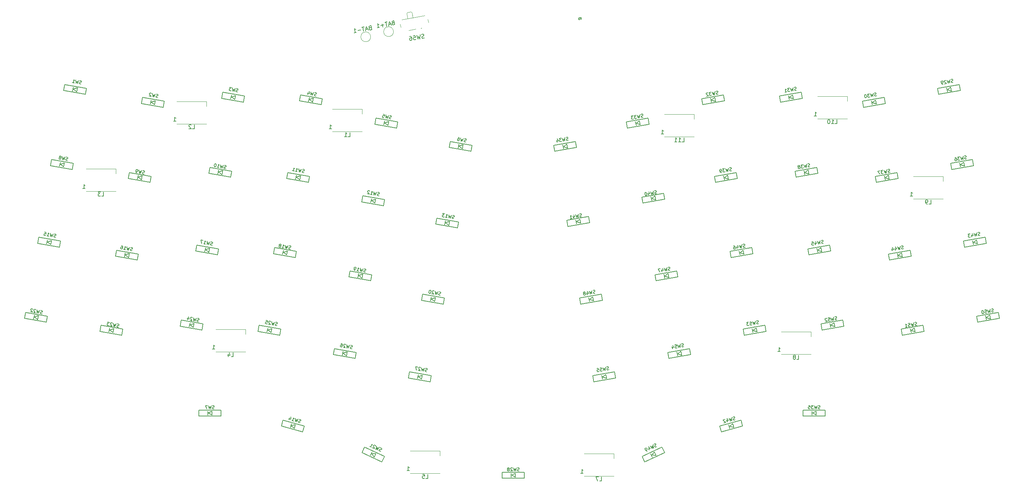
<source format=gbo>
%TF.GenerationSoftware,KiCad,Pcbnew,(5.1.12)-1*%
%TF.CreationDate,2022-03-16T07:25:32-05:00*%
%TF.ProjectId,keyboard_CarrasTech,6b657962-6f61-4726-945f-436172726173,rev?*%
%TF.SameCoordinates,Original*%
%TF.FileFunction,Legend,Bot*%
%TF.FilePolarity,Positive*%
%FSLAX46Y46*%
G04 Gerber Fmt 4.6, Leading zero omitted, Abs format (unit mm)*
G04 Created by KiCad (PCBNEW (5.1.12)-1) date 2022-03-16 07:25:32*
%MOMM*%
%LPD*%
G01*
G04 APERTURE LIST*
%ADD10C,0.120000*%
%ADD11C,0.150000*%
%ADD12O,1.700000X1.700000*%
%ADD13R,1.700000X1.700000*%
%ADD14C,0.100000*%
%ADD15C,0.900000*%
%ADD16C,2.000000*%
%ADD17C,3.000000*%
%ADD18C,3.987800*%
%ADD19C,1.750000*%
%ADD20C,5.000000*%
%ADD21R,2.550000X2.500000*%
%ADD22C,3.048000*%
%ADD23R,1.500000X1.000000*%
%ADD24C,1.524000*%
%ADD25R,1.300000X0.950000*%
G04 APERTURE END LIST*
D10*
X128304060Y-27901852D02*
X128441242Y-28679850D01*
X121646069Y-29878023D02*
X121508887Y-29100025D01*
X123650294Y-30590822D02*
X125324467Y-30295620D01*
X121924387Y-28001180D02*
X127537791Y-27011385D01*
X124408602Y-26253245D02*
X124632608Y-27523647D01*
X123288847Y-26237449D02*
X124175174Y-26081165D01*
X123352358Y-27749390D02*
X123128352Y-26478988D01*
X124408602Y-26253245D02*
X124175174Y-26081165D01*
X123128352Y-26478988D02*
X123288847Y-26237449D01*
X126604717Y-30069877D02*
X126801678Y-30035148D01*
X114293500Y-32194500D02*
G75*
G03*
X114293500Y-32194500I-1200000J0D01*
G01*
X119881500Y-30924500D02*
G75*
G03*
X119881500Y-30924500I-1200000J0D01*
G01*
X186215000Y-56725000D02*
X193515000Y-56725000D01*
X186215000Y-51225000D02*
X193515000Y-51225000D01*
X193515000Y-51225000D02*
X193515000Y-52375000D01*
X223680000Y-52280000D02*
X230980000Y-52280000D01*
X223680000Y-46780000D02*
X230980000Y-46780000D01*
X230980000Y-46780000D02*
X230980000Y-47930000D01*
X214790000Y-110065000D02*
X222090000Y-110065000D01*
X214790000Y-104565000D02*
X222090000Y-104565000D01*
X222090000Y-104565000D02*
X222090000Y-105715000D01*
X76360000Y-109430000D02*
X83660000Y-109430000D01*
X76360000Y-103930000D02*
X83660000Y-103930000D01*
X83660000Y-103930000D02*
X83660000Y-105080000D01*
X66835000Y-53550000D02*
X74135000Y-53550000D01*
X66835000Y-48050000D02*
X74135000Y-48050000D01*
X74135000Y-48050000D02*
X74135000Y-49200000D01*
X247175000Y-71965000D02*
X254475000Y-71965000D01*
X247175000Y-66465000D02*
X254475000Y-66465000D01*
X254475000Y-66465000D02*
X254475000Y-67615000D01*
X166530000Y-139910000D02*
X173830000Y-139910000D01*
X166530000Y-134410000D02*
X173830000Y-134410000D01*
X173830000Y-134410000D02*
X173830000Y-135560000D01*
X123985000Y-139275000D02*
X131285000Y-139275000D01*
X123985000Y-133775000D02*
X131285000Y-133775000D01*
X131285000Y-133775000D02*
X131285000Y-134925000D01*
X44610000Y-70060000D02*
X51910000Y-70060000D01*
X44610000Y-64560000D02*
X51910000Y-64560000D01*
X51910000Y-64560000D02*
X51910000Y-65710000D01*
X104935000Y-55455000D02*
X112235000Y-55455000D01*
X104935000Y-49955000D02*
X112235000Y-49955000D01*
X112235000Y-49955000D02*
X112235000Y-51105000D01*
D11*
X171044420Y-116149228D02*
X170870772Y-115164420D01*
X171056077Y-115639459D02*
X172029228Y-115975580D01*
X171855580Y-114990772D02*
X171056077Y-115639459D01*
X172029228Y-115975580D02*
X171855580Y-114990772D01*
X174239217Y-115839756D02*
X173978745Y-114362544D01*
X168921255Y-116777456D02*
X168660783Y-115300244D01*
X174239217Y-115839756D02*
X168921255Y-116777456D01*
X168660783Y-115300244D02*
X173978745Y-114362544D01*
X189459420Y-110434228D02*
X189285772Y-109449420D01*
X189471077Y-109924459D02*
X190444228Y-110260580D01*
X190270580Y-109275772D02*
X189471077Y-109924459D01*
X190444228Y-110260580D02*
X190270580Y-109275772D01*
X192654217Y-110124756D02*
X192393745Y-108647544D01*
X187336255Y-111062456D02*
X187075783Y-109585244D01*
X192654217Y-110124756D02*
X187336255Y-111062456D01*
X187075783Y-109585244D02*
X192393745Y-108647544D01*
X207874420Y-104719228D02*
X207700772Y-103734420D01*
X207886077Y-104209459D02*
X208859228Y-104545580D01*
X208685580Y-103560772D02*
X207886077Y-104209459D01*
X208859228Y-104545580D02*
X208685580Y-103560772D01*
X211069217Y-104409756D02*
X210808745Y-102932544D01*
X205751255Y-105347456D02*
X205490783Y-103870244D01*
X211069217Y-104409756D02*
X205751255Y-105347456D01*
X205490783Y-103870244D02*
X210808745Y-102932544D01*
X226924420Y-103449228D02*
X226750772Y-102464420D01*
X226936077Y-102939459D02*
X227909228Y-103275580D01*
X227735580Y-102290772D02*
X226936077Y-102939459D01*
X227909228Y-103275580D02*
X227735580Y-102290772D01*
X230119217Y-103139756D02*
X229858745Y-101662544D01*
X224801255Y-104077456D02*
X224540783Y-102600244D01*
X230119217Y-103139756D02*
X224801255Y-104077456D01*
X224540783Y-102600244D02*
X229858745Y-101662544D01*
X246609420Y-104719228D02*
X246435772Y-103734420D01*
X246621077Y-104209459D02*
X247594228Y-104545580D01*
X247420580Y-103560772D02*
X246621077Y-104209459D01*
X247594228Y-104545580D02*
X247420580Y-103560772D01*
X249804217Y-104409756D02*
X249543745Y-102932544D01*
X244486255Y-105347456D02*
X244225783Y-103870244D01*
X249804217Y-104409756D02*
X244486255Y-105347456D01*
X244225783Y-103870244D02*
X249543745Y-102932544D01*
X265024420Y-101544228D02*
X264850772Y-100559420D01*
X265036077Y-101034459D02*
X266009228Y-101370580D01*
X265835580Y-100385772D02*
X265036077Y-101034459D01*
X266009228Y-101370580D02*
X265835580Y-100385772D01*
X268219217Y-101234756D02*
X267958745Y-99757544D01*
X262901255Y-102172456D02*
X262640783Y-100695244D01*
X268219217Y-101234756D02*
X262901255Y-102172456D01*
X262640783Y-100695244D02*
X267958745Y-99757544D01*
X183273155Y-135284463D02*
X182850537Y-134378155D01*
X183152477Y-134789047D02*
X184179463Y-134861845D01*
X183756845Y-133955537D02*
X183152477Y-134789047D01*
X184179463Y-134861845D02*
X183756845Y-133955537D01*
X186278995Y-134158662D02*
X185645067Y-132799200D01*
X181384933Y-136440800D02*
X180751005Y-135081338D01*
X186278995Y-134158662D02*
X181384933Y-136440800D01*
X180751005Y-135081338D02*
X185645067Y-132799200D01*
X167869420Y-97099228D02*
X167695772Y-96114420D01*
X167881077Y-96589459D02*
X168854228Y-96925580D01*
X168680580Y-95940772D02*
X167881077Y-96589459D01*
X168854228Y-96925580D02*
X168680580Y-95940772D01*
X171064217Y-96789756D02*
X170803745Y-95312544D01*
X165746255Y-97727456D02*
X165485783Y-96250244D01*
X171064217Y-96789756D02*
X165746255Y-97727456D01*
X165485783Y-96250244D02*
X170803745Y-95312544D01*
X186284420Y-91384228D02*
X186110772Y-90399420D01*
X186296077Y-90874459D02*
X187269228Y-91210580D01*
X187095580Y-90225772D02*
X186296077Y-90874459D01*
X187269228Y-91210580D02*
X187095580Y-90225772D01*
X189479217Y-91074756D02*
X189218745Y-89597544D01*
X184161255Y-92012456D02*
X183900783Y-90535244D01*
X189479217Y-91074756D02*
X184161255Y-92012456D01*
X183900783Y-90535244D02*
X189218745Y-89597544D01*
X204699420Y-85669228D02*
X204525772Y-84684420D01*
X204711077Y-85159459D02*
X205684228Y-85495580D01*
X205510580Y-84510772D02*
X204711077Y-85159459D01*
X205684228Y-85495580D02*
X205510580Y-84510772D01*
X207894217Y-85359756D02*
X207633745Y-83882544D01*
X202576255Y-86297456D02*
X202315783Y-84820244D01*
X207894217Y-85359756D02*
X202576255Y-86297456D01*
X202315783Y-84820244D02*
X207633745Y-83882544D01*
X223749420Y-85034228D02*
X223575772Y-84049420D01*
X223761077Y-84524459D02*
X224734228Y-84860580D01*
X224560580Y-83875772D02*
X223761077Y-84524459D01*
X224734228Y-84860580D02*
X224560580Y-83875772D01*
X226944217Y-84724756D02*
X226683745Y-83247544D01*
X221626255Y-85662456D02*
X221365783Y-84185244D01*
X226944217Y-84724756D02*
X221626255Y-85662456D01*
X221365783Y-84185244D02*
X226683745Y-83247544D01*
X243434420Y-86304228D02*
X243260772Y-85319420D01*
X243446077Y-85794459D02*
X244419228Y-86130580D01*
X244245580Y-85145772D02*
X243446077Y-85794459D01*
X244419228Y-86130580D02*
X244245580Y-85145772D01*
X246629217Y-85994756D02*
X246368745Y-84517544D01*
X241311255Y-86932456D02*
X241050783Y-85455244D01*
X246629217Y-85994756D02*
X241311255Y-86932456D01*
X241050783Y-85455244D02*
X246368745Y-84517544D01*
X261849420Y-83129228D02*
X261675772Y-82144420D01*
X261861077Y-82619459D02*
X262834228Y-82955580D01*
X262660580Y-81970772D02*
X261861077Y-82619459D01*
X262834228Y-82955580D02*
X262660580Y-81970772D01*
X265044217Y-82819756D02*
X264783745Y-81342544D01*
X259726255Y-83757456D02*
X259465783Y-82280244D01*
X265044217Y-82819756D02*
X259726255Y-83757456D01*
X259465783Y-82280244D02*
X264783745Y-81342544D01*
X202211447Y-128247372D02*
X201952628Y-127281447D01*
X202178630Y-127738528D02*
X203177372Y-127988553D01*
X202918553Y-127022628D02*
X202178630Y-127738528D01*
X203177372Y-127988553D02*
X202918553Y-127022628D01*
X205367114Y-127660633D02*
X204978885Y-126211744D01*
X200151115Y-129058256D02*
X199762886Y-127609367D01*
X205367114Y-127660633D02*
X200151115Y-129058256D01*
X199762886Y-127609367D02*
X204978885Y-126211744D01*
X164694420Y-78049228D02*
X164520772Y-77064420D01*
X164706077Y-77539459D02*
X165679228Y-77875580D01*
X165505580Y-76890772D02*
X164706077Y-77539459D01*
X165679228Y-77875580D02*
X165505580Y-76890772D01*
X167889217Y-77739756D02*
X167628745Y-76262544D01*
X162571255Y-78677456D02*
X162310783Y-77200244D01*
X167889217Y-77739756D02*
X162571255Y-78677456D01*
X162310783Y-77200244D02*
X167628745Y-76262544D01*
X183109420Y-72334228D02*
X182935772Y-71349420D01*
X183121077Y-71824459D02*
X184094228Y-72160580D01*
X183920580Y-71175772D02*
X183121077Y-71824459D01*
X184094228Y-72160580D02*
X183920580Y-71175772D01*
X186304217Y-72024756D02*
X186043745Y-70547544D01*
X180986255Y-72962456D02*
X180725783Y-71485244D01*
X186304217Y-72024756D02*
X180986255Y-72962456D01*
X180725783Y-71485244D02*
X186043745Y-70547544D01*
X200889420Y-67254228D02*
X200715772Y-66269420D01*
X200901077Y-66744459D02*
X201874228Y-67080580D01*
X201700580Y-66095772D02*
X200901077Y-66744459D01*
X201874228Y-67080580D02*
X201700580Y-66095772D01*
X204084217Y-66944756D02*
X203823745Y-65467544D01*
X198766255Y-67882456D02*
X198505783Y-66405244D01*
X204084217Y-66944756D02*
X198766255Y-67882456D01*
X198505783Y-66405244D02*
X203823745Y-65467544D01*
X220574420Y-65984228D02*
X220400772Y-64999420D01*
X220586077Y-65474459D02*
X221559228Y-65810580D01*
X221385580Y-64825772D02*
X220586077Y-65474459D01*
X221559228Y-65810580D02*
X221385580Y-64825772D01*
X223769217Y-65674756D02*
X223508745Y-64197544D01*
X218451255Y-66612456D02*
X218190783Y-65135244D01*
X223769217Y-65674756D02*
X218451255Y-66612456D01*
X218190783Y-65135244D02*
X223508745Y-64197544D01*
X240259420Y-67254228D02*
X240085772Y-66269420D01*
X240271077Y-66744459D02*
X241244228Y-67080580D01*
X241070580Y-66095772D02*
X240271077Y-66744459D01*
X241244228Y-67080580D02*
X241070580Y-66095772D01*
X243454217Y-66944756D02*
X243193745Y-65467544D01*
X238136255Y-67882456D02*
X237875783Y-66405244D01*
X243454217Y-66944756D02*
X238136255Y-67882456D01*
X237875783Y-66405244D02*
X243193745Y-65467544D01*
X258674420Y-64079228D02*
X258500772Y-63094420D01*
X258686077Y-63569459D02*
X259659228Y-63905580D01*
X259485580Y-62920772D02*
X258686077Y-63569459D01*
X259659228Y-63905580D02*
X259485580Y-62920772D01*
X261869217Y-63769756D02*
X261608745Y-62292544D01*
X256551255Y-64707456D02*
X256290783Y-63230244D01*
X261869217Y-63769756D02*
X256551255Y-64707456D01*
X256290783Y-63230244D02*
X261608745Y-62292544D01*
X222385000Y-124960000D02*
X222385000Y-123960000D01*
X222485000Y-124460000D02*
X223385000Y-124960000D01*
X223385000Y-123960000D02*
X222485000Y-124460000D01*
X223385000Y-124960000D02*
X223385000Y-123960000D01*
X225585000Y-125210000D02*
X225585000Y-123710000D01*
X220185000Y-125210000D02*
X220185000Y-123710000D01*
X225585000Y-125210000D02*
X220185000Y-125210000D01*
X220185000Y-123710000D02*
X225585000Y-123710000D01*
X161519420Y-59634228D02*
X161345772Y-58649420D01*
X161531077Y-59124459D02*
X162504228Y-59460580D01*
X162330580Y-58475772D02*
X161531077Y-59124459D01*
X162504228Y-59460580D02*
X162330580Y-58475772D01*
X164714217Y-59324756D02*
X164453745Y-57847544D01*
X159396255Y-60262456D02*
X159135783Y-58785244D01*
X164714217Y-59324756D02*
X159396255Y-60262456D01*
X159135783Y-58785244D02*
X164453745Y-57847544D01*
X179299420Y-53919228D02*
X179125772Y-52934420D01*
X179311077Y-53409459D02*
X180284228Y-53745580D01*
X180110580Y-52760772D02*
X179311077Y-53409459D01*
X180284228Y-53745580D02*
X180110580Y-52760772D01*
X182494217Y-53609756D02*
X182233745Y-52132544D01*
X177176255Y-54547456D02*
X176915783Y-53070244D01*
X182494217Y-53609756D02*
X177176255Y-54547456D01*
X176915783Y-53070244D02*
X182233745Y-52132544D01*
X197714420Y-48204228D02*
X197540772Y-47219420D01*
X197726077Y-47694459D02*
X198699228Y-48030580D01*
X198525580Y-47045772D02*
X197726077Y-47694459D01*
X198699228Y-48030580D02*
X198525580Y-47045772D01*
X200909217Y-47894756D02*
X200648745Y-46417544D01*
X195591255Y-48832456D02*
X195330783Y-47355244D01*
X200909217Y-47894756D02*
X195591255Y-48832456D01*
X195330783Y-47355244D02*
X200648745Y-46417544D01*
X216764420Y-47569228D02*
X216590772Y-46584420D01*
X216776077Y-47059459D02*
X217749228Y-47395580D01*
X217575580Y-46410772D02*
X216776077Y-47059459D01*
X217749228Y-47395580D02*
X217575580Y-46410772D01*
X219959217Y-47259756D02*
X219698745Y-45782544D01*
X214641255Y-48197456D02*
X214380783Y-46720244D01*
X219959217Y-47259756D02*
X214641255Y-48197456D01*
X214380783Y-46720244D02*
X219698745Y-45782544D01*
X237084420Y-48839228D02*
X236910772Y-47854420D01*
X237096077Y-48329459D02*
X238069228Y-48665580D01*
X237895580Y-47680772D02*
X237096077Y-48329459D01*
X238069228Y-48665580D02*
X237895580Y-47680772D01*
X240279217Y-48529756D02*
X240018745Y-47052544D01*
X234961255Y-49467456D02*
X234700783Y-47990244D01*
X240279217Y-48529756D02*
X234961255Y-49467456D01*
X234700783Y-47990244D02*
X240018745Y-47052544D01*
X255499420Y-45664228D02*
X255325772Y-44679420D01*
X255511077Y-45154459D02*
X256484228Y-45490580D01*
X256310580Y-44505772D02*
X255511077Y-45154459D01*
X256484228Y-45490580D02*
X256310580Y-44505772D01*
X258694217Y-45354756D02*
X258433745Y-43877544D01*
X253376255Y-46292456D02*
X253115783Y-44815244D01*
X258694217Y-45354756D02*
X253376255Y-46292456D01*
X253115783Y-44815244D02*
X258433745Y-43877544D01*
X148725000Y-140200000D02*
X148725000Y-139200000D01*
X148825000Y-139700000D02*
X149725000Y-140200000D01*
X149725000Y-139200000D02*
X148825000Y-139700000D01*
X149725000Y-140200000D02*
X149725000Y-139200000D01*
X151925000Y-140450000D02*
X151925000Y-138950000D01*
X146525000Y-140450000D02*
X146525000Y-138950000D01*
X151925000Y-140450000D02*
X146525000Y-140450000D01*
X146525000Y-138950000D02*
X151925000Y-138950000D01*
X125785772Y-115975580D02*
X125959420Y-114990772D01*
X125971077Y-115500541D02*
X126770580Y-116149228D01*
X126944228Y-115164420D02*
X125971077Y-115500541D01*
X126770580Y-116149228D02*
X126944228Y-115164420D01*
X128893745Y-116777456D02*
X129154217Y-115300244D01*
X123575783Y-115839756D02*
X123836255Y-114362544D01*
X128893745Y-116777456D02*
X123575783Y-115839756D01*
X123836255Y-114362544D02*
X129154217Y-115300244D01*
X107370772Y-110260580D02*
X107544420Y-109275772D01*
X107556077Y-109785541D02*
X108355580Y-110434228D01*
X108529228Y-109449420D02*
X107556077Y-109785541D01*
X108355580Y-110434228D02*
X108529228Y-109449420D01*
X110478745Y-111062456D02*
X110739217Y-109585244D01*
X105160783Y-110124756D02*
X105421255Y-108647544D01*
X110478745Y-111062456D02*
X105160783Y-110124756D01*
X105421255Y-108647544D02*
X110739217Y-109585244D01*
X88955772Y-104545580D02*
X89129420Y-103560772D01*
X89141077Y-104070541D02*
X89940580Y-104719228D01*
X90114228Y-103734420D02*
X89141077Y-104070541D01*
X89940580Y-104719228D02*
X90114228Y-103734420D01*
X92063745Y-105347456D02*
X92324217Y-103870244D01*
X86745783Y-104409756D02*
X87006255Y-102932544D01*
X92063745Y-105347456D02*
X86745783Y-104409756D01*
X87006255Y-102932544D02*
X92324217Y-103870244D01*
X69905772Y-103275580D02*
X70079420Y-102290772D01*
X70091077Y-102800541D02*
X70890580Y-103449228D01*
X71064228Y-102464420D02*
X70091077Y-102800541D01*
X70890580Y-103449228D02*
X71064228Y-102464420D01*
X73013745Y-104077456D02*
X73274217Y-102600244D01*
X67695783Y-103139756D02*
X67956255Y-101662544D01*
X73013745Y-104077456D02*
X67695783Y-103139756D01*
X67956255Y-101662544D02*
X73274217Y-102600244D01*
X50220772Y-104545580D02*
X50394420Y-103560772D01*
X50406077Y-104070541D02*
X51205580Y-104719228D01*
X51379228Y-103734420D02*
X50406077Y-104070541D01*
X51205580Y-104719228D02*
X51379228Y-103734420D01*
X53328745Y-105347456D02*
X53589217Y-103870244D01*
X48010783Y-104409756D02*
X48271255Y-102932544D01*
X53328745Y-105347456D02*
X48010783Y-104409756D01*
X48271255Y-102932544D02*
X53589217Y-103870244D01*
X31805772Y-101370580D02*
X31979420Y-100385772D01*
X31991077Y-100895541D02*
X32790580Y-101544228D01*
X32964228Y-100559420D02*
X31991077Y-100895541D01*
X32790580Y-101544228D02*
X32964228Y-100559420D01*
X34913745Y-102172456D02*
X35174217Y-100695244D01*
X29595783Y-101234756D02*
X29856255Y-99757544D01*
X34913745Y-102172456D02*
X29595783Y-101234756D01*
X29856255Y-99757544D02*
X35174217Y-100695244D01*
X114270537Y-134861845D02*
X114693155Y-133955537D01*
X114572477Y-134450953D02*
X115176845Y-135284463D01*
X115599463Y-134378155D02*
X114572477Y-134450953D01*
X115176845Y-135284463D02*
X115599463Y-134378155D01*
X117065067Y-136440800D02*
X117698995Y-135081338D01*
X112171005Y-134158662D02*
X112804933Y-132799200D01*
X117065067Y-136440800D02*
X112171005Y-134158662D01*
X112804933Y-132799200D02*
X117698995Y-135081338D01*
X128960772Y-96925580D02*
X129134420Y-95940772D01*
X129146077Y-96450541D02*
X129945580Y-97099228D01*
X130119228Y-96114420D02*
X129146077Y-96450541D01*
X129945580Y-97099228D02*
X130119228Y-96114420D01*
X132068745Y-97727456D02*
X132329217Y-96250244D01*
X126750783Y-96789756D02*
X127011255Y-95312544D01*
X132068745Y-97727456D02*
X126750783Y-96789756D01*
X127011255Y-95312544D02*
X132329217Y-96250244D01*
X111180772Y-91210580D02*
X111354420Y-90225772D01*
X111366077Y-90735541D02*
X112165580Y-91384228D01*
X112339228Y-90399420D02*
X111366077Y-90735541D01*
X112165580Y-91384228D02*
X112339228Y-90399420D01*
X114288745Y-92012456D02*
X114549217Y-90535244D01*
X108970783Y-91074756D02*
X109231255Y-89597544D01*
X114288745Y-92012456D02*
X108970783Y-91074756D01*
X109231255Y-89597544D02*
X114549217Y-90535244D01*
X92765772Y-85495580D02*
X92939420Y-84510772D01*
X92951077Y-85020541D02*
X93750580Y-85669228D01*
X93924228Y-84684420D02*
X92951077Y-85020541D01*
X93750580Y-85669228D02*
X93924228Y-84684420D01*
X95873745Y-86297456D02*
X96134217Y-84820244D01*
X90555783Y-85359756D02*
X90816255Y-83882544D01*
X95873745Y-86297456D02*
X90555783Y-85359756D01*
X90816255Y-83882544D02*
X96134217Y-84820244D01*
X73715772Y-84860580D02*
X73889420Y-83875772D01*
X73901077Y-84385541D02*
X74700580Y-85034228D01*
X74874228Y-84049420D02*
X73901077Y-84385541D01*
X74700580Y-85034228D02*
X74874228Y-84049420D01*
X76823745Y-85662456D02*
X77084217Y-84185244D01*
X71505783Y-84724756D02*
X71766255Y-83247544D01*
X76823745Y-85662456D02*
X71505783Y-84724756D01*
X71766255Y-83247544D02*
X77084217Y-84185244D01*
X54030772Y-86130580D02*
X54204420Y-85145772D01*
X54216077Y-85655541D02*
X55015580Y-86304228D01*
X55189228Y-85319420D02*
X54216077Y-85655541D01*
X55015580Y-86304228D02*
X55189228Y-85319420D01*
X57138745Y-86932456D02*
X57399217Y-85455244D01*
X51820783Y-85994756D02*
X52081255Y-84517544D01*
X57138745Y-86932456D02*
X51820783Y-85994756D01*
X52081255Y-84517544D02*
X57399217Y-85455244D01*
X33031255Y-81342544D02*
X38349217Y-82280244D01*
X38088745Y-83757456D02*
X32770783Y-82819756D01*
X32770783Y-82819756D02*
X33031255Y-81342544D01*
X38088745Y-83757456D02*
X38349217Y-82280244D01*
X35965580Y-83129228D02*
X36139228Y-82144420D01*
X36139228Y-82144420D02*
X35166077Y-82480541D01*
X35166077Y-82480541D02*
X35965580Y-83129228D01*
X34980772Y-82955580D02*
X35154420Y-81970772D01*
X94637628Y-127988553D02*
X94896447Y-127022628D01*
X94863630Y-127531472D02*
X95603553Y-128247372D01*
X95862372Y-127281447D02*
X94863630Y-127531472D01*
X95603553Y-128247372D02*
X95862372Y-127281447D01*
X97663885Y-129058256D02*
X98052114Y-127609367D01*
X92447886Y-127660633D02*
X92836115Y-126211744D01*
X97663885Y-129058256D02*
X92447886Y-127660633D01*
X92836115Y-126211744D02*
X98052114Y-127609367D01*
X132453272Y-78256580D02*
X132626920Y-77271772D01*
X132638577Y-77781541D02*
X133438080Y-78430228D01*
X133611728Y-77445420D02*
X132638577Y-77781541D01*
X133438080Y-78430228D02*
X133611728Y-77445420D01*
X135561245Y-79058456D02*
X135821717Y-77581244D01*
X130243283Y-78120756D02*
X130503755Y-76643544D01*
X135561245Y-79058456D02*
X130243283Y-78120756D01*
X130503755Y-76643544D02*
X135821717Y-77581244D01*
X114355772Y-72795580D02*
X114529420Y-71810772D01*
X114541077Y-72320541D02*
X115340580Y-72969228D01*
X115514228Y-71984420D02*
X114541077Y-72320541D01*
X115340580Y-72969228D02*
X115514228Y-71984420D01*
X117463745Y-73597456D02*
X117724217Y-72120244D01*
X112145783Y-72659756D02*
X112406255Y-71182544D01*
X117463745Y-73597456D02*
X112145783Y-72659756D01*
X112406255Y-71182544D02*
X117724217Y-72120244D01*
X95940772Y-67080580D02*
X96114420Y-66095772D01*
X96126077Y-66605541D02*
X96925580Y-67254228D01*
X97099228Y-66269420D02*
X96126077Y-66605541D01*
X96925580Y-67254228D02*
X97099228Y-66269420D01*
X99048745Y-67882456D02*
X99309217Y-66405244D01*
X93730783Y-66944756D02*
X93991255Y-65467544D01*
X99048745Y-67882456D02*
X93730783Y-66944756D01*
X93991255Y-65467544D02*
X99309217Y-66405244D01*
X76890772Y-65810580D02*
X77064420Y-64825772D01*
X77076077Y-65335541D02*
X77875580Y-65984228D01*
X78049228Y-64999420D02*
X77076077Y-65335541D01*
X77875580Y-65984228D02*
X78049228Y-64999420D01*
X79998745Y-66612456D02*
X80259217Y-65135244D01*
X74680783Y-65674756D02*
X74941255Y-64197544D01*
X79998745Y-66612456D02*
X74680783Y-65674756D01*
X74941255Y-64197544D02*
X80259217Y-65135244D01*
X57205772Y-67080580D02*
X57379420Y-66095772D01*
X57391077Y-66605541D02*
X58190580Y-67254228D01*
X58364228Y-66269420D02*
X57391077Y-66605541D01*
X58190580Y-67254228D02*
X58364228Y-66269420D01*
X60313745Y-67882456D02*
X60574217Y-66405244D01*
X54995783Y-66944756D02*
X55256255Y-65467544D01*
X60313745Y-67882456D02*
X54995783Y-66944756D01*
X55256255Y-65467544D02*
X60574217Y-66405244D01*
X38155772Y-63905580D02*
X38329420Y-62920772D01*
X38341077Y-63430541D02*
X39140580Y-64079228D01*
X39314228Y-63094420D02*
X38341077Y-63430541D01*
X39140580Y-64079228D02*
X39314228Y-63094420D01*
X41263745Y-64707456D02*
X41524217Y-63230244D01*
X35945783Y-63769756D02*
X36206255Y-62292544D01*
X41263745Y-64707456D02*
X35945783Y-63769756D01*
X36206255Y-62292544D02*
X41524217Y-63230244D01*
X74430000Y-124960000D02*
X74430000Y-123960000D01*
X74530000Y-124460000D02*
X75430000Y-124960000D01*
X75430000Y-123960000D02*
X74530000Y-124460000D01*
X75430000Y-124960000D02*
X75430000Y-123960000D01*
X77630000Y-125210000D02*
X77630000Y-123710000D01*
X72230000Y-125210000D02*
X72230000Y-123710000D01*
X77630000Y-125210000D02*
X72230000Y-125210000D01*
X72230000Y-123710000D02*
X77630000Y-123710000D01*
X135755272Y-59460580D02*
X135928920Y-58475772D01*
X135940577Y-58985541D02*
X136740080Y-59634228D01*
X136913728Y-58649420D02*
X135940577Y-58985541D01*
X136740080Y-59634228D02*
X136913728Y-58649420D01*
X138863245Y-60262456D02*
X139123717Y-58785244D01*
X133545283Y-59324756D02*
X133805755Y-57847544D01*
X138863245Y-60262456D02*
X133545283Y-59324756D01*
X133805755Y-57847544D02*
X139123717Y-58785244D01*
X117530772Y-53745580D02*
X117704420Y-52760772D01*
X117716077Y-53270541D02*
X118515580Y-53919228D01*
X118689228Y-52934420D02*
X117716077Y-53270541D01*
X118515580Y-53919228D02*
X118689228Y-52934420D01*
X120638745Y-54547456D02*
X120899217Y-53070244D01*
X115320783Y-53609756D02*
X115581255Y-52132544D01*
X120638745Y-54547456D02*
X115320783Y-53609756D01*
X115581255Y-52132544D02*
X120899217Y-53070244D01*
X99115772Y-48030580D02*
X99289420Y-47045772D01*
X99301077Y-47555541D02*
X100100580Y-48204228D01*
X100274228Y-47219420D02*
X99301077Y-47555541D01*
X100100580Y-48204228D02*
X100274228Y-47219420D01*
X102223745Y-48832456D02*
X102484217Y-47355244D01*
X96905783Y-47894756D02*
X97166255Y-46417544D01*
X102223745Y-48832456D02*
X96905783Y-47894756D01*
X97166255Y-46417544D02*
X102484217Y-47355244D01*
X80065772Y-47395580D02*
X80239420Y-46410772D01*
X80251077Y-46920541D02*
X81050580Y-47569228D01*
X81224228Y-46584420D02*
X80251077Y-46920541D01*
X81050580Y-47569228D02*
X81224228Y-46584420D01*
X83173745Y-48197456D02*
X83434217Y-46720244D01*
X77855783Y-47259756D02*
X78116255Y-45782544D01*
X83173745Y-48197456D02*
X77855783Y-47259756D01*
X78116255Y-45782544D02*
X83434217Y-46720244D01*
X60380772Y-48665580D02*
X60554420Y-47680772D01*
X60566077Y-48190541D02*
X61365580Y-48839228D01*
X61539228Y-47854420D02*
X60566077Y-48190541D01*
X61365580Y-48839228D02*
X61539228Y-47854420D01*
X63488745Y-49467456D02*
X63749217Y-47990244D01*
X58170783Y-48529756D02*
X58431255Y-47052544D01*
X63488745Y-49467456D02*
X58170783Y-48529756D01*
X58431255Y-47052544D02*
X63749217Y-47990244D01*
X41330772Y-45490580D02*
X41504420Y-44505772D01*
X41516077Y-45015541D02*
X42315580Y-45664228D01*
X42489228Y-44679420D02*
X41516077Y-45015541D01*
X42315580Y-45664228D02*
X42489228Y-44679420D01*
X44438745Y-46292456D02*
X44699217Y-44815244D01*
X39120783Y-45354756D02*
X39381255Y-43877544D01*
X44438745Y-46292456D02*
X39120783Y-45354756D01*
X39381255Y-43877544D02*
X44699217Y-44815244D01*
X127439493Y-32445777D02*
X127307075Y-32517479D01*
X127072597Y-32558824D01*
X126970537Y-32528466D01*
X126915372Y-32489840D01*
X126851939Y-32404317D01*
X126835401Y-32310526D01*
X126865758Y-32208466D01*
X126904385Y-32153301D01*
X126989907Y-32089868D01*
X127169221Y-32009896D01*
X127254743Y-31946463D01*
X127293370Y-31891298D01*
X127323727Y-31789238D01*
X127307189Y-31695447D01*
X127243756Y-31609925D01*
X127188591Y-31571298D01*
X127086531Y-31540940D01*
X126852053Y-31582285D01*
X126719635Y-31653988D01*
X126383097Y-31664975D02*
X126322267Y-32691127D01*
X126010650Y-32020769D01*
X125947102Y-32757279D01*
X125538976Y-31813816D01*
X124694855Y-31962657D02*
X125163811Y-31879968D01*
X125293396Y-32340655D01*
X125238232Y-32302028D01*
X125136172Y-32271671D01*
X124901694Y-32313015D01*
X124816171Y-32376449D01*
X124777545Y-32431613D01*
X124747187Y-32533674D01*
X124788532Y-32768152D01*
X124851965Y-32853674D01*
X124907130Y-32892301D01*
X125009190Y-32922658D01*
X125243668Y-32881313D01*
X125329190Y-32817880D01*
X125367817Y-32762715D01*
X123803839Y-32119768D02*
X123991421Y-32086692D01*
X124093481Y-32117049D01*
X124148646Y-32155676D01*
X124267244Y-32279825D01*
X124347215Y-32459138D01*
X124413367Y-32834303D01*
X124383009Y-32936363D01*
X124344383Y-32991528D01*
X124258860Y-33054962D01*
X124071278Y-33088037D01*
X123969218Y-33057680D01*
X123914053Y-33019053D01*
X123850620Y-32933531D01*
X123809275Y-32699053D01*
X123839633Y-32596993D01*
X123878259Y-32541828D01*
X123963781Y-32478395D01*
X124151364Y-32445319D01*
X124253424Y-32475676D01*
X124308589Y-32514303D01*
X124372022Y-32599825D01*
X114124577Y-29964301D02*
X113992159Y-30036004D01*
X113953532Y-30091168D01*
X113923175Y-30193228D01*
X113947982Y-30333915D01*
X114011415Y-30419437D01*
X114066580Y-30458064D01*
X114168640Y-30488422D01*
X114543805Y-30422270D01*
X114370157Y-29437462D01*
X114041887Y-29495345D01*
X113956365Y-29558779D01*
X113917738Y-29613943D01*
X113887381Y-29716003D01*
X113903919Y-29809795D01*
X113967352Y-29895317D01*
X114022517Y-29933943D01*
X114124577Y-29964301D01*
X114452846Y-29906418D01*
X113556279Y-30306276D02*
X113087323Y-30388965D01*
X113699684Y-30571111D02*
X113197766Y-29644186D01*
X113043145Y-30686877D01*
X112681915Y-29735145D02*
X112119167Y-29834372D01*
X112574189Y-30769566D02*
X112400541Y-29784759D01*
X111898395Y-30501898D02*
X111148065Y-30634201D01*
X110229409Y-31183014D02*
X110792156Y-31083787D01*
X110510783Y-31133401D02*
X110337134Y-30148593D01*
X110455732Y-30272742D01*
X110566062Y-30349995D01*
X110668122Y-30380353D01*
X119776077Y-28757801D02*
X119643659Y-28829504D01*
X119605032Y-28884668D01*
X119574675Y-28986728D01*
X119599482Y-29127415D01*
X119662915Y-29212937D01*
X119718080Y-29251564D01*
X119820140Y-29281922D01*
X120195305Y-29215770D01*
X120021657Y-28230962D01*
X119693387Y-28288845D01*
X119607865Y-28352279D01*
X119569238Y-28407443D01*
X119538881Y-28509503D01*
X119555419Y-28603295D01*
X119618852Y-28688817D01*
X119674017Y-28727443D01*
X119776077Y-28757801D01*
X120104346Y-28699918D01*
X119207779Y-29099776D02*
X118738823Y-29182465D01*
X119351184Y-29364611D02*
X118849266Y-28437686D01*
X118694645Y-29480377D01*
X118333415Y-28528645D02*
X117770667Y-28627872D01*
X118225689Y-29563066D02*
X118052041Y-28578259D01*
X117549895Y-29295398D02*
X116799565Y-29427701D01*
X117240882Y-29736715D02*
X117108578Y-28986385D01*
X115880909Y-29976514D02*
X116443656Y-29877287D01*
X116162283Y-29926901D02*
X115988634Y-28942093D01*
X116107232Y-29066242D01*
X116217562Y-29143495D01*
X116319622Y-29173853D01*
X37148121Y-81338629D02*
X37028956Y-81356300D01*
X36841374Y-81323224D01*
X36772956Y-81272477D01*
X36742055Y-81228346D01*
X36717769Y-81146698D01*
X36730999Y-81071665D01*
X36781746Y-81003247D01*
X36825878Y-80972345D01*
X36907526Y-80948059D01*
X37064207Y-80937004D01*
X37145855Y-80912717D01*
X37189987Y-80881816D01*
X37240733Y-80813398D01*
X37253964Y-80738365D01*
X37229678Y-80656717D01*
X37198776Y-80612585D01*
X37130358Y-80561839D01*
X36942776Y-80528763D01*
X36823611Y-80546434D01*
X36567611Y-80462611D02*
X36241110Y-81217381D01*
X36190272Y-80628174D01*
X35940978Y-81164460D01*
X35892314Y-80343538D01*
X35040583Y-81005696D02*
X35490780Y-81085078D01*
X35265682Y-81045387D02*
X35404600Y-80257541D01*
X35459788Y-80383321D01*
X35521590Y-80471584D01*
X35590008Y-80522331D01*
X34466688Y-80092162D02*
X34841853Y-80158313D01*
X34813218Y-80540093D01*
X34782316Y-80495962D01*
X34713899Y-80445215D01*
X34526316Y-80412139D01*
X34444668Y-80436425D01*
X34400536Y-80467327D01*
X34349789Y-80535744D01*
X34316714Y-80723327D01*
X34341000Y-80804975D01*
X34371901Y-80849107D01*
X34440319Y-80899853D01*
X34627901Y-80932929D01*
X34709549Y-80908643D01*
X34753681Y-80877742D01*
X62149539Y-47059299D02*
X62030375Y-47076970D01*
X61842792Y-47043894D01*
X61774374Y-46993148D01*
X61743473Y-46949016D01*
X61719187Y-46867368D01*
X61732417Y-46792335D01*
X61783164Y-46723917D01*
X61827296Y-46693016D01*
X61908944Y-46668730D01*
X62065625Y-46657674D01*
X62147273Y-46633388D01*
X62191405Y-46602486D01*
X62242152Y-46534069D01*
X62255382Y-46459036D01*
X62231096Y-46377387D01*
X62200194Y-46333256D01*
X62131777Y-46282509D01*
X61944194Y-46249433D01*
X61825030Y-46267104D01*
X61569029Y-46183281D02*
X61242528Y-46938052D01*
X61191690Y-46348844D01*
X60942396Y-46885130D01*
X60893733Y-46064208D01*
X60617887Y-46092935D02*
X60586986Y-46048804D01*
X60518568Y-45998057D01*
X60330985Y-45964981D01*
X60249337Y-45989267D01*
X60205205Y-46020168D01*
X60154459Y-46088586D01*
X60141228Y-46163619D01*
X60158899Y-46282784D01*
X60529715Y-46812364D01*
X60042001Y-46726366D01*
X150672619Y-138626809D02*
X150558333Y-138664904D01*
X150367857Y-138664904D01*
X150291666Y-138626809D01*
X150253571Y-138588714D01*
X150215476Y-138512523D01*
X150215476Y-138436333D01*
X150253571Y-138360142D01*
X150291666Y-138322047D01*
X150367857Y-138283952D01*
X150520238Y-138245857D01*
X150596428Y-138207761D01*
X150634523Y-138169666D01*
X150672619Y-138093476D01*
X150672619Y-138017285D01*
X150634523Y-137941095D01*
X150596428Y-137903000D01*
X150520238Y-137864904D01*
X150329761Y-137864904D01*
X150215476Y-137903000D01*
X149948809Y-137864904D02*
X149758333Y-138664904D01*
X149605952Y-138093476D01*
X149453571Y-138664904D01*
X149263095Y-137864904D01*
X148996428Y-137941095D02*
X148958333Y-137903000D01*
X148882142Y-137864904D01*
X148691666Y-137864904D01*
X148615476Y-137903000D01*
X148577380Y-137941095D01*
X148539285Y-138017285D01*
X148539285Y-138093476D01*
X148577380Y-138207761D01*
X149034523Y-138664904D01*
X148539285Y-138664904D01*
X148082142Y-138207761D02*
X148158333Y-138169666D01*
X148196428Y-138131571D01*
X148234523Y-138055380D01*
X148234523Y-138017285D01*
X148196428Y-137941095D01*
X148158333Y-137903000D01*
X148082142Y-137864904D01*
X147929761Y-137864904D01*
X147853571Y-137903000D01*
X147815476Y-137941095D01*
X147777380Y-138017285D01*
X147777380Y-138055380D01*
X147815476Y-138131571D01*
X147853571Y-138169666D01*
X147929761Y-138207761D01*
X148082142Y-138207761D01*
X148158333Y-138245857D01*
X148196428Y-138283952D01*
X148234523Y-138360142D01*
X148234523Y-138512523D01*
X148196428Y-138588714D01*
X148158333Y-138626809D01*
X148082142Y-138664904D01*
X147929761Y-138664904D01*
X147853571Y-138626809D01*
X147815476Y-138588714D01*
X147777380Y-138512523D01*
X147777380Y-138360142D01*
X147815476Y-138283952D01*
X147853571Y-138245857D01*
X147929761Y-138207761D01*
X190507857Y-57927380D02*
X190984047Y-57927380D01*
X190984047Y-56927380D01*
X189650714Y-57927380D02*
X190222142Y-57927380D01*
X189936428Y-57927380D02*
X189936428Y-56927380D01*
X190031666Y-57070238D01*
X190126904Y-57165476D01*
X190222142Y-57213095D01*
X188698333Y-57927380D02*
X189269761Y-57927380D01*
X188984047Y-57927380D02*
X188984047Y-56927380D01*
X189079285Y-57070238D01*
X189174523Y-57165476D01*
X189269761Y-57213095D01*
X185429285Y-56027380D02*
X186000714Y-56027380D01*
X185715000Y-56027380D02*
X185715000Y-55027380D01*
X185810238Y-55170238D01*
X185905476Y-55265476D01*
X186000714Y-55313095D01*
X227972857Y-53482380D02*
X228449047Y-53482380D01*
X228449047Y-52482380D01*
X227115714Y-53482380D02*
X227687142Y-53482380D01*
X227401428Y-53482380D02*
X227401428Y-52482380D01*
X227496666Y-52625238D01*
X227591904Y-52720476D01*
X227687142Y-52768095D01*
X226496666Y-52482380D02*
X226401428Y-52482380D01*
X226306190Y-52530000D01*
X226258571Y-52577619D01*
X226210952Y-52672857D01*
X226163333Y-52863333D01*
X226163333Y-53101428D01*
X226210952Y-53291904D01*
X226258571Y-53387142D01*
X226306190Y-53434761D01*
X226401428Y-53482380D01*
X226496666Y-53482380D01*
X226591904Y-53434761D01*
X226639523Y-53387142D01*
X226687142Y-53291904D01*
X226734761Y-53101428D01*
X226734761Y-52863333D01*
X226687142Y-52672857D01*
X226639523Y-52577619D01*
X226591904Y-52530000D01*
X226496666Y-52482380D01*
X222894285Y-51582380D02*
X223465714Y-51582380D01*
X223180000Y-51582380D02*
X223180000Y-50582380D01*
X223275238Y-50725238D01*
X223370476Y-50820476D01*
X223465714Y-50868095D01*
X218606666Y-111267380D02*
X219082857Y-111267380D01*
X219082857Y-110267380D01*
X218130476Y-110695952D02*
X218225714Y-110648333D01*
X218273333Y-110600714D01*
X218320952Y-110505476D01*
X218320952Y-110457857D01*
X218273333Y-110362619D01*
X218225714Y-110315000D01*
X218130476Y-110267380D01*
X217940000Y-110267380D01*
X217844761Y-110315000D01*
X217797142Y-110362619D01*
X217749523Y-110457857D01*
X217749523Y-110505476D01*
X217797142Y-110600714D01*
X217844761Y-110648333D01*
X217940000Y-110695952D01*
X218130476Y-110695952D01*
X218225714Y-110743571D01*
X218273333Y-110791190D01*
X218320952Y-110886428D01*
X218320952Y-111076904D01*
X218273333Y-111172142D01*
X218225714Y-111219761D01*
X218130476Y-111267380D01*
X217940000Y-111267380D01*
X217844761Y-111219761D01*
X217797142Y-111172142D01*
X217749523Y-111076904D01*
X217749523Y-110886428D01*
X217797142Y-110791190D01*
X217844761Y-110743571D01*
X217940000Y-110695952D01*
X214004285Y-109367380D02*
X214575714Y-109367380D01*
X214290000Y-109367380D02*
X214290000Y-108367380D01*
X214385238Y-108510238D01*
X214480476Y-108605476D01*
X214575714Y-108653095D01*
X80176666Y-110632380D02*
X80652857Y-110632380D01*
X80652857Y-109632380D01*
X79414761Y-109965714D02*
X79414761Y-110632380D01*
X79652857Y-109584761D02*
X79890952Y-110299047D01*
X79271904Y-110299047D01*
X75574285Y-108732380D02*
X76145714Y-108732380D01*
X75860000Y-108732380D02*
X75860000Y-107732380D01*
X75955238Y-107875238D01*
X76050476Y-107970476D01*
X76145714Y-108018095D01*
X70651666Y-54752380D02*
X71127857Y-54752380D01*
X71127857Y-53752380D01*
X70365952Y-53847619D02*
X70318333Y-53800000D01*
X70223095Y-53752380D01*
X69985000Y-53752380D01*
X69889761Y-53800000D01*
X69842142Y-53847619D01*
X69794523Y-53942857D01*
X69794523Y-54038095D01*
X69842142Y-54180952D01*
X70413571Y-54752380D01*
X69794523Y-54752380D01*
X66049285Y-52852380D02*
X66620714Y-52852380D01*
X66335000Y-52852380D02*
X66335000Y-51852380D01*
X66430238Y-51995238D01*
X66525476Y-52090476D01*
X66620714Y-52138095D01*
X250991666Y-73167380D02*
X251467857Y-73167380D01*
X251467857Y-72167380D01*
X250610714Y-73167380D02*
X250420238Y-73167380D01*
X250325000Y-73119761D01*
X250277380Y-73072142D01*
X250182142Y-72929285D01*
X250134523Y-72738809D01*
X250134523Y-72357857D01*
X250182142Y-72262619D01*
X250229761Y-72215000D01*
X250325000Y-72167380D01*
X250515476Y-72167380D01*
X250610714Y-72215000D01*
X250658333Y-72262619D01*
X250705952Y-72357857D01*
X250705952Y-72595952D01*
X250658333Y-72691190D01*
X250610714Y-72738809D01*
X250515476Y-72786428D01*
X250325000Y-72786428D01*
X250229761Y-72738809D01*
X250182142Y-72691190D01*
X250134523Y-72595952D01*
X246389285Y-71267380D02*
X246960714Y-71267380D01*
X246675000Y-71267380D02*
X246675000Y-70267380D01*
X246770238Y-70410238D01*
X246865476Y-70505476D01*
X246960714Y-70553095D01*
X170346666Y-141112380D02*
X170822857Y-141112380D01*
X170822857Y-140112380D01*
X170108571Y-140112380D02*
X169441904Y-140112380D01*
X169870476Y-141112380D01*
X165744285Y-139212380D02*
X166315714Y-139212380D01*
X166030000Y-139212380D02*
X166030000Y-138212380D01*
X166125238Y-138355238D01*
X166220476Y-138450476D01*
X166315714Y-138498095D01*
X127801666Y-140477380D02*
X128277857Y-140477380D01*
X128277857Y-139477380D01*
X126992142Y-139477380D02*
X127468333Y-139477380D01*
X127515952Y-139953571D01*
X127468333Y-139905952D01*
X127373095Y-139858333D01*
X127135000Y-139858333D01*
X127039761Y-139905952D01*
X126992142Y-139953571D01*
X126944523Y-140048809D01*
X126944523Y-140286904D01*
X126992142Y-140382142D01*
X127039761Y-140429761D01*
X127135000Y-140477380D01*
X127373095Y-140477380D01*
X127468333Y-140429761D01*
X127515952Y-140382142D01*
X123199285Y-138577380D02*
X123770714Y-138577380D01*
X123485000Y-138577380D02*
X123485000Y-137577380D01*
X123580238Y-137720238D01*
X123675476Y-137815476D01*
X123770714Y-137863095D01*
X48426666Y-71262380D02*
X48902857Y-71262380D01*
X48902857Y-70262380D01*
X48188571Y-70262380D02*
X47569523Y-70262380D01*
X47902857Y-70643333D01*
X47760000Y-70643333D01*
X47664761Y-70690952D01*
X47617142Y-70738571D01*
X47569523Y-70833809D01*
X47569523Y-71071904D01*
X47617142Y-71167142D01*
X47664761Y-71214761D01*
X47760000Y-71262380D01*
X48045714Y-71262380D01*
X48140952Y-71214761D01*
X48188571Y-71167142D01*
X43824285Y-69362380D02*
X44395714Y-69362380D01*
X44110000Y-69362380D02*
X44110000Y-68362380D01*
X44205238Y-68505238D01*
X44300476Y-68600476D01*
X44395714Y-68648095D01*
X108751666Y-56657380D02*
X109227857Y-56657380D01*
X109227857Y-55657380D01*
X107894523Y-56657380D02*
X108465952Y-56657380D01*
X108180238Y-56657380D02*
X108180238Y-55657380D01*
X108275476Y-55800238D01*
X108370714Y-55895476D01*
X108465952Y-55943095D01*
X104149285Y-54757380D02*
X104720714Y-54757380D01*
X104435000Y-54757380D02*
X104435000Y-53757380D01*
X104530238Y-53900238D01*
X104625476Y-53995476D01*
X104720714Y-54043095D01*
X165168995Y-27562212D02*
X165684847Y-27471254D01*
X165786907Y-27501612D01*
X165850340Y-27587134D01*
X165883416Y-27774716D01*
X165853058Y-27876776D01*
X165215891Y-27553943D02*
X165185533Y-27656004D01*
X165226878Y-27890482D01*
X165290311Y-27976004D01*
X165392371Y-28006362D01*
X165486163Y-27989824D01*
X165571685Y-27926390D01*
X165602042Y-27824330D01*
X165560698Y-27589852D01*
X165591055Y-27487792D01*
X172610776Y-113797534D02*
X172504842Y-113854896D01*
X172317259Y-113887972D01*
X172235611Y-113863686D01*
X172191479Y-113832785D01*
X172140733Y-113764367D01*
X172127502Y-113689334D01*
X172151788Y-113607686D01*
X172182690Y-113563554D01*
X172251107Y-113512807D01*
X172394558Y-113448830D01*
X172462976Y-113398083D01*
X172493877Y-113353952D01*
X172518164Y-113272303D01*
X172504933Y-113197270D01*
X172454186Y-113128853D01*
X172410055Y-113097951D01*
X172328407Y-113073665D01*
X172140824Y-113106741D01*
X172034890Y-113164103D01*
X171765659Y-113172893D02*
X171716995Y-113993815D01*
X171467702Y-113457528D01*
X171416864Y-114046736D01*
X171090363Y-113291966D01*
X170415066Y-113411039D02*
X170790231Y-113344887D01*
X170893899Y-113713437D01*
X170849767Y-113682535D01*
X170768119Y-113658249D01*
X170580537Y-113691325D01*
X170512119Y-113742072D01*
X170481217Y-113786204D01*
X170456931Y-113867852D01*
X170490007Y-114055434D01*
X170540754Y-114123852D01*
X170584886Y-114154753D01*
X170666534Y-114179039D01*
X170854116Y-114145964D01*
X170922534Y-114095217D01*
X170953435Y-114051085D01*
X169664736Y-113543342D02*
X170039901Y-113477190D01*
X170143569Y-113845740D01*
X170099437Y-113814839D01*
X170017789Y-113790553D01*
X169830207Y-113823629D01*
X169761789Y-113874375D01*
X169730888Y-113918507D01*
X169706602Y-114000155D01*
X169739677Y-114187738D01*
X169790424Y-114256155D01*
X169834556Y-114287057D01*
X169916204Y-114311343D01*
X170103787Y-114278267D01*
X170172204Y-114227520D01*
X170203106Y-114183389D01*
X190958949Y-108150618D02*
X190853015Y-108207980D01*
X190665432Y-108241056D01*
X190583784Y-108216770D01*
X190539652Y-108185869D01*
X190488906Y-108117451D01*
X190475675Y-108042418D01*
X190499961Y-107960770D01*
X190530863Y-107916638D01*
X190599280Y-107865891D01*
X190742731Y-107801914D01*
X190811149Y-107751167D01*
X190842050Y-107707036D01*
X190866337Y-107625387D01*
X190853106Y-107550354D01*
X190802359Y-107481937D01*
X190758228Y-107451035D01*
X190676580Y-107426749D01*
X190488997Y-107459825D01*
X190383063Y-107517187D01*
X190113832Y-107525977D02*
X190065168Y-108346899D01*
X189815875Y-107810612D01*
X189765037Y-108399820D01*
X189438536Y-107645050D01*
X188763239Y-107764123D02*
X189138404Y-107697971D01*
X189242072Y-108066521D01*
X189197940Y-108035619D01*
X189116292Y-108011333D01*
X188928710Y-108044409D01*
X188860292Y-108095156D01*
X188829390Y-108139288D01*
X188805104Y-108220936D01*
X188838180Y-108408518D01*
X188888927Y-108476936D01*
X188933059Y-108507837D01*
X189014707Y-108532123D01*
X189202289Y-108499048D01*
X189270707Y-108448301D01*
X189301608Y-108404169D01*
X188096732Y-108152426D02*
X188189344Y-108677657D01*
X188231393Y-107819219D02*
X188518203Y-108348890D01*
X188030488Y-108434887D01*
X209307123Y-102503702D02*
X209201189Y-102561064D01*
X209013606Y-102594140D01*
X208931958Y-102569854D01*
X208887826Y-102538953D01*
X208837080Y-102470535D01*
X208823849Y-102395502D01*
X208848135Y-102313854D01*
X208879037Y-102269722D01*
X208947454Y-102218975D01*
X209090905Y-102154998D01*
X209159323Y-102104251D01*
X209190224Y-102060120D01*
X209214511Y-101978471D01*
X209201280Y-101903438D01*
X209150533Y-101835021D01*
X209106402Y-101804119D01*
X209024754Y-101779833D01*
X208837171Y-101812909D01*
X208731237Y-101870271D01*
X208462006Y-101879061D02*
X208413342Y-102699983D01*
X208164049Y-102163696D01*
X208113211Y-102752904D01*
X207786710Y-101998134D01*
X207111413Y-102117207D02*
X207486578Y-102051055D01*
X207590246Y-102419605D01*
X207546114Y-102388703D01*
X207464466Y-102364417D01*
X207276884Y-102397493D01*
X207208466Y-102448240D01*
X207177564Y-102492372D01*
X207153278Y-102574020D01*
X207186354Y-102761602D01*
X207237101Y-102830020D01*
X207281233Y-102860921D01*
X207362881Y-102885207D01*
X207550463Y-102852132D01*
X207618881Y-102801385D01*
X207649782Y-102757253D01*
X206811281Y-102170128D02*
X206323567Y-102256125D01*
X206639103Y-102509951D01*
X206526554Y-102529797D01*
X206458136Y-102580543D01*
X206427235Y-102624675D01*
X206402949Y-102706323D01*
X206436024Y-102893906D01*
X206486771Y-102962323D01*
X206530903Y-102993225D01*
X206612551Y-103017511D01*
X206837650Y-102977820D01*
X206906068Y-102927073D01*
X206936969Y-102882941D01*
X228480125Y-101534623D02*
X228374191Y-101591985D01*
X228186608Y-101625061D01*
X228104960Y-101600775D01*
X228060828Y-101569874D01*
X228010082Y-101501456D01*
X227996851Y-101426423D01*
X228021137Y-101344775D01*
X228052039Y-101300643D01*
X228120456Y-101249896D01*
X228263907Y-101185919D01*
X228332325Y-101135172D01*
X228363226Y-101091041D01*
X228387513Y-101009392D01*
X228374282Y-100934359D01*
X228323535Y-100865942D01*
X228279404Y-100835040D01*
X228197756Y-100810754D01*
X228010173Y-100843830D01*
X227904239Y-100901192D01*
X227635008Y-100909982D02*
X227586344Y-101730904D01*
X227337051Y-101194617D01*
X227286213Y-101783825D01*
X226959712Y-101029055D01*
X226284415Y-101148128D02*
X226659580Y-101081976D01*
X226763248Y-101450526D01*
X226719116Y-101419624D01*
X226637468Y-101395338D01*
X226449886Y-101428414D01*
X226381468Y-101479161D01*
X226350566Y-101523293D01*
X226326280Y-101604941D01*
X226359356Y-101792523D01*
X226410103Y-101860941D01*
X226454235Y-101891842D01*
X226535883Y-101916128D01*
X226723465Y-101883053D01*
X226791883Y-101832306D01*
X226822784Y-101788174D01*
X225959997Y-101282697D02*
X225915865Y-101251796D01*
X225834217Y-101227510D01*
X225646635Y-101260586D01*
X225578217Y-101311332D01*
X225547315Y-101355464D01*
X225523029Y-101437112D01*
X225536260Y-101512145D01*
X225593622Y-101618080D01*
X226123201Y-101988895D01*
X225635487Y-102074893D01*
X248065541Y-102904462D02*
X247959607Y-102961824D01*
X247772024Y-102994900D01*
X247690376Y-102970614D01*
X247646244Y-102939713D01*
X247595498Y-102871295D01*
X247582267Y-102796262D01*
X247606553Y-102714614D01*
X247637455Y-102670482D01*
X247705872Y-102619735D01*
X247849323Y-102555758D01*
X247917741Y-102505011D01*
X247948642Y-102460880D01*
X247972929Y-102379231D01*
X247959698Y-102304198D01*
X247908951Y-102235781D01*
X247864820Y-102204879D01*
X247783172Y-102180593D01*
X247595589Y-102213669D01*
X247489655Y-102271031D01*
X247220424Y-102279821D02*
X247171760Y-103100743D01*
X246922467Y-102564456D01*
X246871629Y-103153664D01*
X246545128Y-102398894D01*
X245869831Y-102517967D02*
X246244996Y-102451815D01*
X246348664Y-102820365D01*
X246304532Y-102789463D01*
X246222884Y-102765177D01*
X246035302Y-102798253D01*
X245966884Y-102849000D01*
X245935982Y-102893132D01*
X245911696Y-102974780D01*
X245944772Y-103162362D01*
X245995519Y-103230780D01*
X246039651Y-103261681D01*
X246121299Y-103285967D01*
X246308881Y-103252892D01*
X246377299Y-103202145D01*
X246408200Y-103158013D01*
X245220903Y-103444732D02*
X245671101Y-103365350D01*
X245446002Y-103405041D02*
X245307084Y-102617194D01*
X245401962Y-102716513D01*
X245490225Y-102778316D01*
X245571873Y-102802602D01*
X266826129Y-99596464D02*
X266720195Y-99653826D01*
X266532612Y-99686902D01*
X266450964Y-99662616D01*
X266406832Y-99631715D01*
X266356086Y-99563297D01*
X266342855Y-99488264D01*
X266367141Y-99406616D01*
X266398043Y-99362484D01*
X266466460Y-99311737D01*
X266609911Y-99247760D01*
X266678329Y-99197013D01*
X266709230Y-99152882D01*
X266733517Y-99071233D01*
X266720286Y-98996200D01*
X266669539Y-98927783D01*
X266625408Y-98896881D01*
X266543760Y-98872595D01*
X266356177Y-98905671D01*
X266250243Y-98963033D01*
X265981012Y-98971823D02*
X265932348Y-99792745D01*
X265683055Y-99256458D01*
X265632217Y-99845666D01*
X265305716Y-99090896D01*
X264630419Y-99209969D02*
X265005584Y-99143817D01*
X265109252Y-99512367D01*
X265065120Y-99481465D01*
X264983472Y-99457179D01*
X264795890Y-99490255D01*
X264727472Y-99541002D01*
X264696570Y-99585134D01*
X264672284Y-99666782D01*
X264705360Y-99854364D01*
X264756107Y-99922782D01*
X264800239Y-99953683D01*
X264881887Y-99977969D01*
X265069469Y-99944894D01*
X265137887Y-99894147D01*
X265168788Y-99850015D01*
X264105188Y-99302581D02*
X264030155Y-99315811D01*
X263961737Y-99366558D01*
X263930836Y-99410690D01*
X263906550Y-99492338D01*
X263895494Y-99649019D01*
X263928570Y-99836602D01*
X263992547Y-99980052D01*
X264043294Y-100048470D01*
X264087425Y-100079372D01*
X264169074Y-100103658D01*
X264244107Y-100090427D01*
X264312524Y-100039681D01*
X264343426Y-99995549D01*
X264367712Y-99913901D01*
X264378768Y-99757220D01*
X264345692Y-99569637D01*
X264281715Y-99426186D01*
X264230968Y-99357769D01*
X264186836Y-99326867D01*
X264105188Y-99302581D01*
X184346976Y-132619106D02*
X184259497Y-132701932D01*
X184086867Y-132782430D01*
X184001716Y-132780104D01*
X183951090Y-132761678D01*
X183884364Y-132708725D01*
X183852165Y-132639673D01*
X183854491Y-132554521D01*
X183872918Y-132503896D01*
X183925870Y-132437170D01*
X184047874Y-132338245D01*
X184100827Y-132271520D01*
X184119253Y-132220894D01*
X184121579Y-132135742D01*
X184089380Y-132066690D01*
X184022654Y-132013738D01*
X183972029Y-131995312D01*
X183886877Y-131992985D01*
X183714247Y-132073484D01*
X183626768Y-132156309D01*
X183368987Y-132234481D02*
X183534451Y-133040026D01*
X183154851Y-132586535D01*
X183258243Y-133168824D01*
X182747518Y-132524277D01*
X182273274Y-133039654D02*
X182498671Y-133523018D01*
X182317107Y-132682948D02*
X182731233Y-133120339D01*
X182282395Y-133329636D01*
X182084359Y-133716215D02*
X181946255Y-133780614D01*
X181861103Y-133778288D01*
X181810477Y-133759862D01*
X181693126Y-133688483D01*
X181594201Y-133566479D01*
X181465403Y-133290271D01*
X181467730Y-133205119D01*
X181486156Y-133154493D01*
X181539108Y-133087768D01*
X181677212Y-133023369D01*
X181762364Y-133025695D01*
X181812990Y-133044121D01*
X181879715Y-133097074D01*
X181960214Y-133269704D01*
X181957887Y-133354856D01*
X181939461Y-133405481D01*
X181886509Y-133472207D01*
X181748405Y-133536606D01*
X181663253Y-133534279D01*
X181612627Y-133515853D01*
X181545902Y-133462901D01*
X169302778Y-95036947D02*
X169196844Y-95094309D01*
X169009261Y-95127385D01*
X168927613Y-95103099D01*
X168883481Y-95072198D01*
X168832735Y-95003780D01*
X168819504Y-94928747D01*
X168843790Y-94847099D01*
X168874692Y-94802967D01*
X168943109Y-94752220D01*
X169086560Y-94688243D01*
X169154978Y-94637496D01*
X169185879Y-94593365D01*
X169210166Y-94511716D01*
X169196935Y-94436683D01*
X169146188Y-94368266D01*
X169102057Y-94337364D01*
X169020409Y-94313078D01*
X168832826Y-94346154D01*
X168726892Y-94403516D01*
X168457661Y-94412306D02*
X168408997Y-95233228D01*
X168159704Y-94696941D01*
X168108866Y-95286149D01*
X167782365Y-94531379D01*
X167190890Y-94906452D02*
X167283503Y-95431683D01*
X167325552Y-94573244D02*
X167612362Y-95102916D01*
X167124647Y-95188913D01*
X166678890Y-95074097D02*
X166747308Y-95023351D01*
X166778209Y-94979219D01*
X166802495Y-94897571D01*
X166795880Y-94860054D01*
X166745133Y-94791636D01*
X166701002Y-94760735D01*
X166619353Y-94736449D01*
X166469288Y-94762910D01*
X166400870Y-94813656D01*
X166369968Y-94857788D01*
X166345682Y-94939436D01*
X166352297Y-94976953D01*
X166403044Y-95045371D01*
X166447176Y-95076272D01*
X166528824Y-95100558D01*
X166678890Y-95074097D01*
X166760538Y-95098383D01*
X166804670Y-95129285D01*
X166855417Y-95197703D01*
X166881877Y-95347769D01*
X166857591Y-95429417D01*
X166826690Y-95473548D01*
X166758272Y-95524295D01*
X166608206Y-95550756D01*
X166526558Y-95526470D01*
X166482426Y-95495568D01*
X166431679Y-95427151D01*
X166405219Y-95277085D01*
X166429505Y-95195436D01*
X166460406Y-95151305D01*
X166528824Y-95100558D01*
X187650952Y-89390030D02*
X187545018Y-89447392D01*
X187357435Y-89480468D01*
X187275787Y-89456182D01*
X187231655Y-89425281D01*
X187180909Y-89356863D01*
X187167678Y-89281830D01*
X187191964Y-89200182D01*
X187222866Y-89156050D01*
X187291283Y-89105303D01*
X187434734Y-89041326D01*
X187503152Y-88990579D01*
X187534053Y-88946448D01*
X187558340Y-88864799D01*
X187545109Y-88789766D01*
X187494362Y-88721349D01*
X187450231Y-88690447D01*
X187368583Y-88666161D01*
X187181000Y-88699237D01*
X187075066Y-88756599D01*
X186805835Y-88765389D02*
X186757171Y-89586311D01*
X186507878Y-89050024D01*
X186457040Y-89639232D01*
X186130539Y-88884462D01*
X185539064Y-89259535D02*
X185631677Y-89784766D01*
X185673726Y-88926327D02*
X185960536Y-89455999D01*
X185472821Y-89541996D01*
X185155110Y-89056456D02*
X184629879Y-89149068D01*
X185106446Y-89877378D01*
X205999125Y-83743114D02*
X205893191Y-83800476D01*
X205705608Y-83833552D01*
X205623960Y-83809266D01*
X205579828Y-83778365D01*
X205529082Y-83709947D01*
X205515851Y-83634914D01*
X205540137Y-83553266D01*
X205571039Y-83509134D01*
X205639456Y-83458387D01*
X205782907Y-83394410D01*
X205851325Y-83343663D01*
X205882226Y-83299532D01*
X205906513Y-83217883D01*
X205893282Y-83142850D01*
X205842535Y-83074433D01*
X205798404Y-83043531D01*
X205716756Y-83019245D01*
X205529173Y-83052321D01*
X205423239Y-83109683D01*
X205154008Y-83118473D02*
X205105344Y-83939395D01*
X204856051Y-83403108D01*
X204805213Y-83992316D01*
X204478712Y-83237546D01*
X203887237Y-83612619D02*
X203979850Y-84137850D01*
X204021899Y-83279411D02*
X204308709Y-83809083D01*
X203820994Y-83895080D01*
X203090602Y-83482307D02*
X203240668Y-83455846D01*
X203322316Y-83480132D01*
X203366447Y-83511034D01*
X203461326Y-83610353D01*
X203525303Y-83753804D01*
X203578224Y-84053936D01*
X203553938Y-84135584D01*
X203523037Y-84179715D01*
X203454619Y-84230462D01*
X203304553Y-84256923D01*
X203222905Y-84232637D01*
X203178773Y-84201735D01*
X203128026Y-84133318D01*
X203094951Y-83945735D01*
X203119237Y-83864087D01*
X203150138Y-83819955D01*
X203218556Y-83769209D01*
X203368622Y-83742748D01*
X203450270Y-83767034D01*
X203494402Y-83797935D01*
X203545148Y-83866353D01*
X225172127Y-82774035D02*
X225066193Y-82831397D01*
X224878610Y-82864473D01*
X224796962Y-82840187D01*
X224752830Y-82809286D01*
X224702084Y-82740868D01*
X224688853Y-82665835D01*
X224713139Y-82584187D01*
X224744041Y-82540055D01*
X224812458Y-82489308D01*
X224955909Y-82425331D01*
X225024327Y-82374584D01*
X225055228Y-82330453D01*
X225079515Y-82248804D01*
X225066284Y-82173771D01*
X225015537Y-82105354D01*
X224971406Y-82074452D01*
X224889758Y-82050166D01*
X224702175Y-82083242D01*
X224596241Y-82140604D01*
X224327010Y-82149394D02*
X224278346Y-82970316D01*
X224029053Y-82434029D01*
X223978215Y-83023237D01*
X223651714Y-82268467D01*
X223060239Y-82643540D02*
X223152852Y-83168771D01*
X223194901Y-82310332D02*
X223481711Y-82840004D01*
X222993996Y-82926001D01*
X222226087Y-82519843D02*
X222601252Y-82453691D01*
X222704920Y-82822241D01*
X222660788Y-82791340D01*
X222579140Y-82767054D01*
X222391558Y-82800130D01*
X222323140Y-82850876D01*
X222292239Y-82895008D01*
X222267953Y-82976656D01*
X222301028Y-83164239D01*
X222351775Y-83232656D01*
X222395907Y-83263558D01*
X222477555Y-83287844D01*
X222665138Y-83254768D01*
X222733555Y-83204021D01*
X222764457Y-83159890D01*
X244757543Y-84143874D02*
X244651609Y-84201236D01*
X244464026Y-84234312D01*
X244382378Y-84210026D01*
X244338246Y-84179125D01*
X244287500Y-84110707D01*
X244274269Y-84035674D01*
X244298555Y-83954026D01*
X244329457Y-83909894D01*
X244397874Y-83859147D01*
X244541325Y-83795170D01*
X244609743Y-83744423D01*
X244640644Y-83700292D01*
X244664931Y-83618643D01*
X244651700Y-83543610D01*
X244600953Y-83475193D01*
X244556822Y-83444291D01*
X244475174Y-83420005D01*
X244287591Y-83453081D01*
X244181657Y-83510443D01*
X243912426Y-83519233D02*
X243863762Y-84340155D01*
X243614469Y-83803868D01*
X243563631Y-84393076D01*
X243237130Y-83638306D01*
X242645655Y-84013379D02*
X242738268Y-84538610D01*
X242780317Y-83680171D02*
X243067127Y-84209843D01*
X242579412Y-84295840D01*
X241895326Y-84145682D02*
X241987938Y-84670913D01*
X242029987Y-83812475D02*
X242316797Y-84342146D01*
X241829082Y-84428143D01*
X263518131Y-80835876D02*
X263412197Y-80893238D01*
X263224614Y-80926314D01*
X263142966Y-80902028D01*
X263098834Y-80871127D01*
X263048088Y-80802709D01*
X263034857Y-80727676D01*
X263059143Y-80646028D01*
X263090045Y-80601896D01*
X263158462Y-80551149D01*
X263301913Y-80487172D01*
X263370331Y-80436425D01*
X263401232Y-80392294D01*
X263425519Y-80310645D01*
X263412288Y-80235612D01*
X263361541Y-80167195D01*
X263317410Y-80136293D01*
X263235762Y-80112007D01*
X263048179Y-80145083D01*
X262942245Y-80202445D01*
X262673014Y-80211235D02*
X262624350Y-81032157D01*
X262375057Y-80495870D01*
X262324219Y-81085078D01*
X261997718Y-80330308D01*
X261406243Y-80705381D02*
X261498856Y-81230612D01*
X261540905Y-80372173D02*
X261827715Y-80901845D01*
X261340000Y-80987842D01*
X261022289Y-80502302D02*
X260534575Y-80588299D01*
X260850111Y-80842125D01*
X260737562Y-80861971D01*
X260669144Y-80912717D01*
X260638243Y-80956849D01*
X260613957Y-81038497D01*
X260647032Y-81226080D01*
X260697779Y-81294497D01*
X260741911Y-81325399D01*
X260823559Y-81349685D01*
X261048658Y-81309994D01*
X261117076Y-81259247D01*
X261147977Y-81215115D01*
X203565980Y-126072246D02*
X203465448Y-126138623D01*
X203281463Y-126187921D01*
X203198008Y-126170844D01*
X203151352Y-126143906D01*
X203094835Y-126080172D01*
X203075115Y-126006578D01*
X203092193Y-125923123D01*
X203119130Y-125876466D01*
X203182865Y-125819950D01*
X203320194Y-125743713D01*
X203383928Y-125687197D01*
X203410866Y-125640540D01*
X203427943Y-125557086D01*
X203408224Y-125483491D01*
X203351707Y-125419757D01*
X203305050Y-125392819D01*
X203221596Y-125375742D01*
X203037610Y-125425041D01*
X202937078Y-125491417D01*
X202669638Y-125523638D02*
X202692708Y-126345678D01*
X202397622Y-125833159D01*
X202398330Y-126424556D01*
X202007289Y-125701114D01*
X201450756Y-126126311D02*
X201588793Y-126641471D01*
X201555863Y-125782634D02*
X201887746Y-126285293D01*
X201409383Y-126413470D01*
X201033485Y-126040922D02*
X200986828Y-126013985D01*
X200903374Y-125996907D01*
X200719388Y-126046206D01*
X200655654Y-126102723D01*
X200628716Y-126149380D01*
X200611639Y-126232834D01*
X200631358Y-126306428D01*
X200697735Y-126406960D01*
X201257618Y-126730209D01*
X200779255Y-126858386D01*
X165994780Y-76276359D02*
X165888846Y-76333721D01*
X165701263Y-76366797D01*
X165619615Y-76342511D01*
X165575483Y-76311610D01*
X165524737Y-76243192D01*
X165511506Y-76168159D01*
X165535792Y-76086511D01*
X165566694Y-76042379D01*
X165635111Y-75991632D01*
X165778562Y-75927655D01*
X165846980Y-75876908D01*
X165877881Y-75832777D01*
X165902168Y-75751128D01*
X165888937Y-75676095D01*
X165838190Y-75607678D01*
X165794059Y-75576776D01*
X165712411Y-75552490D01*
X165524828Y-75585566D01*
X165418894Y-75642928D01*
X165149663Y-75651718D02*
X165100999Y-76472640D01*
X164851706Y-75936353D01*
X164800868Y-76525561D01*
X164474367Y-75770791D01*
X163882892Y-76145864D02*
X163975505Y-76671095D01*
X164017554Y-75812656D02*
X164304364Y-76342328D01*
X163816649Y-76428325D01*
X163150142Y-76816629D02*
X163600340Y-76737247D01*
X163375241Y-76776938D02*
X163236323Y-75989091D01*
X163331201Y-76088410D01*
X163419464Y-76150213D01*
X163501112Y-76174499D01*
X184342954Y-70629443D02*
X184237020Y-70686805D01*
X184049437Y-70719881D01*
X183967789Y-70695595D01*
X183923657Y-70664694D01*
X183872911Y-70596276D01*
X183859680Y-70521243D01*
X183883966Y-70439595D01*
X183914868Y-70395463D01*
X183983285Y-70344716D01*
X184126736Y-70280739D01*
X184195154Y-70229992D01*
X184226055Y-70185861D01*
X184250342Y-70104212D01*
X184237111Y-70029179D01*
X184186364Y-69960762D01*
X184142233Y-69929860D01*
X184060585Y-69905574D01*
X183873002Y-69938650D01*
X183767068Y-69996012D01*
X183497837Y-70004802D02*
X183449173Y-70825724D01*
X183199880Y-70289437D01*
X183149042Y-70878645D01*
X182822541Y-70123875D01*
X182231066Y-70498948D02*
X182323679Y-71024179D01*
X182365728Y-70165740D02*
X182652538Y-70695412D01*
X182164823Y-70781409D01*
X181622013Y-70335560D02*
X181546980Y-70348790D01*
X181478562Y-70399537D01*
X181447661Y-70443669D01*
X181423375Y-70525317D01*
X181412319Y-70681998D01*
X181445395Y-70869581D01*
X181509372Y-71013031D01*
X181560119Y-71081449D01*
X181604250Y-71112351D01*
X181685899Y-71136637D01*
X181760932Y-71123406D01*
X181829349Y-71072660D01*
X181860251Y-71028528D01*
X181884537Y-70946880D01*
X181895593Y-70790199D01*
X181862517Y-70602616D01*
X181798540Y-70459165D01*
X181747793Y-70390748D01*
X181703661Y-70359846D01*
X181622013Y-70335560D01*
X202691127Y-64982527D02*
X202585193Y-65039889D01*
X202397610Y-65072965D01*
X202315962Y-65048679D01*
X202271830Y-65017778D01*
X202221084Y-64949360D01*
X202207853Y-64874327D01*
X202232139Y-64792679D01*
X202263041Y-64748547D01*
X202331458Y-64697800D01*
X202474909Y-64633823D01*
X202543327Y-64583076D01*
X202574228Y-64538945D01*
X202598515Y-64457296D01*
X202585284Y-64382263D01*
X202534537Y-64313846D01*
X202490406Y-64282944D01*
X202408758Y-64258658D01*
X202221175Y-64291734D01*
X202115241Y-64349096D01*
X201846010Y-64357886D02*
X201797346Y-65178808D01*
X201548053Y-64642521D01*
X201497215Y-65231729D01*
X201170714Y-64476959D01*
X200945615Y-64516650D02*
X200457900Y-64602647D01*
X200773437Y-64856473D01*
X200660888Y-64876318D01*
X200592470Y-64927065D01*
X200561568Y-64971197D01*
X200537282Y-65052845D01*
X200570358Y-65240427D01*
X200621105Y-65308845D01*
X200665237Y-65339746D01*
X200746885Y-65364032D01*
X200971984Y-65324341D01*
X201040402Y-65273595D01*
X201071303Y-65229463D01*
X200221654Y-65456645D02*
X200071588Y-65483106D01*
X199989940Y-65458819D01*
X199945808Y-65427918D01*
X199850930Y-65328599D01*
X199786953Y-65185148D01*
X199734031Y-64885016D01*
X199758317Y-64803368D01*
X199789219Y-64759236D01*
X199857637Y-64708490D01*
X200007702Y-64682029D01*
X200089351Y-64706315D01*
X200133482Y-64737216D01*
X200184229Y-64805634D01*
X200217305Y-64993217D01*
X200193019Y-65074865D01*
X200162117Y-65118996D01*
X200093700Y-65169743D01*
X199943634Y-65196204D01*
X199861986Y-65171918D01*
X199817854Y-65141016D01*
X199767107Y-65072599D01*
X221864129Y-64013447D02*
X221758195Y-64070809D01*
X221570612Y-64103885D01*
X221488964Y-64079599D01*
X221444832Y-64048698D01*
X221394086Y-63980280D01*
X221380855Y-63905247D01*
X221405141Y-63823599D01*
X221436043Y-63779467D01*
X221504460Y-63728720D01*
X221647911Y-63664743D01*
X221716329Y-63613996D01*
X221747230Y-63569865D01*
X221771517Y-63488216D01*
X221758286Y-63413183D01*
X221707539Y-63344766D01*
X221663408Y-63313864D01*
X221581760Y-63289578D01*
X221394177Y-63322654D01*
X221288243Y-63380016D01*
X221019012Y-63388806D02*
X220970348Y-64209728D01*
X220721055Y-63673441D01*
X220670217Y-64262649D01*
X220343716Y-63507879D01*
X220118617Y-63547570D02*
X219630902Y-63633567D01*
X219946439Y-63887393D01*
X219833890Y-63907238D01*
X219765472Y-63957985D01*
X219734570Y-64002117D01*
X219710284Y-64083765D01*
X219743360Y-64271347D01*
X219794107Y-64339765D01*
X219838239Y-64370666D01*
X219919887Y-64394952D01*
X220144986Y-64355261D01*
X220213404Y-64304515D01*
X220244305Y-64260383D01*
X219240241Y-64050597D02*
X219308659Y-63999851D01*
X219339560Y-63955719D01*
X219363846Y-63874071D01*
X219357231Y-63836554D01*
X219306484Y-63768136D01*
X219262353Y-63737235D01*
X219180704Y-63712949D01*
X219030639Y-63739410D01*
X218962221Y-63790156D01*
X218931319Y-63834288D01*
X218907033Y-63915936D01*
X218913648Y-63953453D01*
X218964395Y-64021871D01*
X219008527Y-64052772D01*
X219090175Y-64077058D01*
X219240241Y-64050597D01*
X219321889Y-64074883D01*
X219366021Y-64105785D01*
X219416768Y-64174203D01*
X219443228Y-64324269D01*
X219418942Y-64405917D01*
X219388041Y-64450048D01*
X219319623Y-64500795D01*
X219169557Y-64527256D01*
X219087909Y-64502970D01*
X219043777Y-64472068D01*
X218993030Y-64403651D01*
X218966570Y-64253585D01*
X218990856Y-64171936D01*
X219021757Y-64127805D01*
X219090175Y-64077058D01*
X241449546Y-65383286D02*
X241343612Y-65440648D01*
X241156029Y-65473724D01*
X241074381Y-65449438D01*
X241030249Y-65418537D01*
X240979503Y-65350119D01*
X240966272Y-65275086D01*
X240990558Y-65193438D01*
X241021460Y-65149306D01*
X241089877Y-65098559D01*
X241233328Y-65034582D01*
X241301746Y-64983835D01*
X241332647Y-64939704D01*
X241356934Y-64858055D01*
X241343703Y-64783022D01*
X241292956Y-64714605D01*
X241248825Y-64683703D01*
X241167177Y-64659417D01*
X240979594Y-64692493D01*
X240873660Y-64749855D01*
X240604429Y-64758645D02*
X240555765Y-65579567D01*
X240306472Y-65043280D01*
X240255634Y-65632488D01*
X239929133Y-64877718D01*
X239704034Y-64917409D02*
X239216319Y-65003406D01*
X239531856Y-65257232D01*
X239419307Y-65277077D01*
X239350889Y-65327824D01*
X239319987Y-65371956D01*
X239295701Y-65453604D01*
X239328777Y-65641186D01*
X239379524Y-65709604D01*
X239423656Y-65740505D01*
X239505304Y-65764791D01*
X239730403Y-65725100D01*
X239798821Y-65674354D01*
X239829722Y-65630222D01*
X238953704Y-65049712D02*
X238428473Y-65142324D01*
X238905040Y-65870634D01*
X260210133Y-62075288D02*
X260104199Y-62132650D01*
X259916616Y-62165726D01*
X259834968Y-62141440D01*
X259790836Y-62110539D01*
X259740090Y-62042121D01*
X259726859Y-61967088D01*
X259751145Y-61885440D01*
X259782047Y-61841308D01*
X259850464Y-61790561D01*
X259993915Y-61726584D01*
X260062333Y-61675837D01*
X260093234Y-61631706D01*
X260117521Y-61550057D01*
X260104290Y-61475024D01*
X260053543Y-61406607D01*
X260009412Y-61375705D01*
X259927764Y-61351419D01*
X259740181Y-61384495D01*
X259634247Y-61441857D01*
X259365016Y-61450647D02*
X259316352Y-62271569D01*
X259067059Y-61735282D01*
X259016221Y-62324490D01*
X258689720Y-61569720D01*
X258464621Y-61609411D02*
X257976906Y-61695408D01*
X258292443Y-61949234D01*
X258179894Y-61969079D01*
X258111476Y-62019826D01*
X258080574Y-62063958D01*
X258056288Y-62145606D01*
X258089364Y-62333188D01*
X258140111Y-62401606D01*
X258184243Y-62432507D01*
X258265891Y-62456793D01*
X258490990Y-62417102D01*
X258559408Y-62366356D01*
X258590309Y-62322224D01*
X257301610Y-61814481D02*
X257451676Y-61788020D01*
X257533324Y-61812306D01*
X257577455Y-61843208D01*
X257672334Y-61942527D01*
X257736311Y-62085978D01*
X257789232Y-62386110D01*
X257764946Y-62467758D01*
X257734045Y-62511889D01*
X257665627Y-62562636D01*
X257515561Y-62589097D01*
X257433913Y-62564811D01*
X257389781Y-62533909D01*
X257339034Y-62465492D01*
X257305959Y-62277909D01*
X257330245Y-62196261D01*
X257361146Y-62152129D01*
X257429564Y-62101383D01*
X257579630Y-62074922D01*
X257661278Y-62099208D01*
X257705410Y-62130109D01*
X257756156Y-62198527D01*
X224332619Y-123386809D02*
X224218333Y-123424904D01*
X224027857Y-123424904D01*
X223951666Y-123386809D01*
X223913571Y-123348714D01*
X223875476Y-123272523D01*
X223875476Y-123196333D01*
X223913571Y-123120142D01*
X223951666Y-123082047D01*
X224027857Y-123043952D01*
X224180238Y-123005857D01*
X224256428Y-122967761D01*
X224294523Y-122929666D01*
X224332619Y-122853476D01*
X224332619Y-122777285D01*
X224294523Y-122701095D01*
X224256428Y-122663000D01*
X224180238Y-122624904D01*
X223989761Y-122624904D01*
X223875476Y-122663000D01*
X223608809Y-122624904D02*
X223418333Y-123424904D01*
X223265952Y-122853476D01*
X223113571Y-123424904D01*
X222923095Y-122624904D01*
X222694523Y-122624904D02*
X222199285Y-122624904D01*
X222465952Y-122929666D01*
X222351666Y-122929666D01*
X222275476Y-122967761D01*
X222237380Y-123005857D01*
X222199285Y-123082047D01*
X222199285Y-123272523D01*
X222237380Y-123348714D01*
X222275476Y-123386809D01*
X222351666Y-123424904D01*
X222580238Y-123424904D01*
X222656428Y-123386809D01*
X222694523Y-123348714D01*
X221475476Y-122624904D02*
X221856428Y-122624904D01*
X221894523Y-123005857D01*
X221856428Y-122967761D01*
X221780238Y-122929666D01*
X221589761Y-122929666D01*
X221513571Y-122967761D01*
X221475476Y-123005857D01*
X221437380Y-123082047D01*
X221437380Y-123272523D01*
X221475476Y-123348714D01*
X221513571Y-123386809D01*
X221589761Y-123424904D01*
X221780238Y-123424904D01*
X221856428Y-123386809D01*
X221894523Y-123348714D01*
X162686783Y-57515771D02*
X162580849Y-57573133D01*
X162393266Y-57606209D01*
X162311618Y-57581923D01*
X162267486Y-57551022D01*
X162216740Y-57482604D01*
X162203509Y-57407571D01*
X162227795Y-57325923D01*
X162258697Y-57281791D01*
X162327114Y-57231044D01*
X162470565Y-57167067D01*
X162538983Y-57116320D01*
X162569884Y-57072189D01*
X162594171Y-56990540D01*
X162580940Y-56915507D01*
X162530193Y-56847090D01*
X162486062Y-56816188D01*
X162404414Y-56791902D01*
X162216831Y-56824978D01*
X162110897Y-56882340D01*
X161841666Y-56891130D02*
X161793002Y-57712052D01*
X161543709Y-57175765D01*
X161492871Y-57764973D01*
X161166370Y-57010203D01*
X160941271Y-57049894D02*
X160453556Y-57135891D01*
X160769093Y-57389717D01*
X160656544Y-57409562D01*
X160588126Y-57460309D01*
X160557224Y-57504441D01*
X160532938Y-57586089D01*
X160566014Y-57773671D01*
X160616761Y-57842089D01*
X160660893Y-57872990D01*
X160742541Y-57897276D01*
X160967640Y-57857585D01*
X161036058Y-57806839D01*
X161066959Y-57762707D01*
X159824566Y-57517579D02*
X159917178Y-58042810D01*
X159959227Y-57184372D02*
X160246037Y-57714043D01*
X159758322Y-57800040D01*
X181034956Y-51868855D02*
X180929022Y-51926217D01*
X180741439Y-51959293D01*
X180659791Y-51935007D01*
X180615659Y-51904106D01*
X180564913Y-51835688D01*
X180551682Y-51760655D01*
X180575968Y-51679007D01*
X180606870Y-51634875D01*
X180675287Y-51584128D01*
X180818738Y-51520151D01*
X180887156Y-51469404D01*
X180918057Y-51425273D01*
X180942344Y-51343624D01*
X180929113Y-51268591D01*
X180878366Y-51200174D01*
X180834235Y-51169272D01*
X180752587Y-51144986D01*
X180565004Y-51178062D01*
X180459070Y-51235424D01*
X180189839Y-51244214D02*
X180141175Y-52065136D01*
X179891882Y-51528849D01*
X179841044Y-52118057D01*
X179514543Y-51363287D01*
X179289444Y-51402978D02*
X178801729Y-51488975D01*
X179117266Y-51742801D01*
X179004717Y-51762646D01*
X178936299Y-51813393D01*
X178905397Y-51857525D01*
X178881111Y-51939173D01*
X178914187Y-52126755D01*
X178964934Y-52195173D01*
X179009066Y-52226074D01*
X179090714Y-52250360D01*
X179315813Y-52210669D01*
X179384231Y-52159923D01*
X179415132Y-52115791D01*
X178539114Y-51535281D02*
X178051400Y-51621278D01*
X178366936Y-51875104D01*
X178254387Y-51894950D01*
X178185969Y-51945696D01*
X178155068Y-51989828D01*
X178130782Y-52071476D01*
X178163857Y-52259059D01*
X178214604Y-52327476D01*
X178258736Y-52358378D01*
X178340384Y-52382664D01*
X178565483Y-52342973D01*
X178633901Y-52292226D01*
X178664802Y-52248094D01*
X199383129Y-46221939D02*
X199277195Y-46279301D01*
X199089612Y-46312377D01*
X199007964Y-46288091D01*
X198963832Y-46257190D01*
X198913086Y-46188772D01*
X198899855Y-46113739D01*
X198924141Y-46032091D01*
X198955043Y-45987959D01*
X199023460Y-45937212D01*
X199166911Y-45873235D01*
X199235329Y-45822488D01*
X199266230Y-45778357D01*
X199290517Y-45696708D01*
X199277286Y-45621675D01*
X199226539Y-45553258D01*
X199182408Y-45522356D01*
X199100760Y-45498070D01*
X198913177Y-45531146D01*
X198807243Y-45588508D01*
X198538012Y-45597298D02*
X198489348Y-46418220D01*
X198240055Y-45881933D01*
X198189217Y-46471141D01*
X197862716Y-45716371D01*
X197637617Y-45756062D02*
X197149902Y-45842059D01*
X197465439Y-46095885D01*
X197352890Y-46115730D01*
X197284472Y-46166477D01*
X197253570Y-46210609D01*
X197229284Y-46292257D01*
X197262360Y-46479839D01*
X197313107Y-46548257D01*
X197357239Y-46579158D01*
X197438887Y-46603444D01*
X197663986Y-46563753D01*
X197732404Y-46513007D01*
X197763305Y-46468875D01*
X196863001Y-45970013D02*
X196818869Y-45939112D01*
X196737221Y-45914826D01*
X196549639Y-45947902D01*
X196481221Y-45998648D01*
X196450319Y-46042780D01*
X196426033Y-46124428D01*
X196439264Y-46199461D01*
X196496626Y-46305396D01*
X197026205Y-46676211D01*
X196538491Y-46762209D01*
X218556131Y-45252859D02*
X218450197Y-45310221D01*
X218262614Y-45343297D01*
X218180966Y-45319011D01*
X218136834Y-45288110D01*
X218086088Y-45219692D01*
X218072857Y-45144659D01*
X218097143Y-45063011D01*
X218128045Y-45018879D01*
X218196462Y-44968132D01*
X218339913Y-44904155D01*
X218408331Y-44853408D01*
X218439232Y-44809277D01*
X218463519Y-44727628D01*
X218450288Y-44652595D01*
X218399541Y-44584178D01*
X218355410Y-44553276D01*
X218273762Y-44528990D01*
X218086179Y-44562066D01*
X217980245Y-44619428D01*
X217711014Y-44628218D02*
X217662350Y-45449140D01*
X217413057Y-44912853D01*
X217362219Y-45502061D01*
X217035718Y-44747291D01*
X216810619Y-44786982D02*
X216322904Y-44872979D01*
X216638441Y-45126805D01*
X216525892Y-45146650D01*
X216457474Y-45197397D01*
X216426572Y-45241529D01*
X216402286Y-45323177D01*
X216435362Y-45510759D01*
X216486109Y-45579177D01*
X216530241Y-45610078D01*
X216611889Y-45634364D01*
X216836988Y-45594673D01*
X216905406Y-45543927D01*
X216936307Y-45499795D01*
X215711493Y-45793129D02*
X216161691Y-45713747D01*
X215936592Y-45753438D02*
X215797674Y-44965591D01*
X215892552Y-45064910D01*
X215980815Y-45126713D01*
X216062463Y-45150999D01*
X238141548Y-46622698D02*
X238035614Y-46680060D01*
X237848031Y-46713136D01*
X237766383Y-46688850D01*
X237722251Y-46657949D01*
X237671505Y-46589531D01*
X237658274Y-46514498D01*
X237682560Y-46432850D01*
X237713462Y-46388718D01*
X237781879Y-46337971D01*
X237925330Y-46273994D01*
X237993748Y-46223247D01*
X238024649Y-46179116D01*
X238048936Y-46097467D01*
X238035705Y-46022434D01*
X237984958Y-45954017D01*
X237940827Y-45923115D01*
X237859179Y-45898829D01*
X237671596Y-45931905D01*
X237565662Y-45989267D01*
X237296431Y-45998057D02*
X237247767Y-46818979D01*
X236998474Y-46282692D01*
X236947636Y-46871900D01*
X236621135Y-46117130D01*
X236396036Y-46156821D02*
X235908321Y-46242818D01*
X236223858Y-46496644D01*
X236111309Y-46516489D01*
X236042891Y-46567236D01*
X236011989Y-46611368D01*
X235987703Y-46693016D01*
X236020779Y-46880598D01*
X236071526Y-46949016D01*
X236115658Y-46979917D01*
X236197306Y-47004203D01*
X236422405Y-46964512D01*
X236490823Y-46913766D01*
X236521724Y-46869634D01*
X235420607Y-46328815D02*
X235345574Y-46342045D01*
X235277156Y-46392792D01*
X235246255Y-46436924D01*
X235221969Y-46518572D01*
X235210913Y-46675253D01*
X235243989Y-46862836D01*
X235307966Y-47006286D01*
X235358713Y-47074704D01*
X235402844Y-47105606D01*
X235484493Y-47129892D01*
X235559526Y-47116661D01*
X235627943Y-47065915D01*
X235658845Y-47021783D01*
X235683131Y-46940135D01*
X235694187Y-46783454D01*
X235661111Y-46595871D01*
X235597134Y-46452420D01*
X235546387Y-46384003D01*
X235502255Y-46353101D01*
X235420607Y-46328815D01*
X256902136Y-43314701D02*
X256796202Y-43372063D01*
X256608619Y-43405139D01*
X256526971Y-43380853D01*
X256482839Y-43349952D01*
X256432093Y-43281534D01*
X256418862Y-43206501D01*
X256443148Y-43124853D01*
X256474050Y-43080721D01*
X256542467Y-43029974D01*
X256685918Y-42965997D01*
X256754336Y-42915250D01*
X256785237Y-42871119D01*
X256809524Y-42789470D01*
X256796293Y-42714437D01*
X256745546Y-42646020D01*
X256701415Y-42615118D01*
X256619767Y-42590832D01*
X256432184Y-42623908D01*
X256326250Y-42681270D01*
X256057019Y-42690060D02*
X256008355Y-43510982D01*
X255759062Y-42974695D01*
X255708224Y-43563903D01*
X255381723Y-42809133D01*
X255132337Y-42930472D02*
X255088206Y-42899571D01*
X255006558Y-42875284D01*
X254818975Y-42908360D01*
X254750557Y-42959107D01*
X254719656Y-43003239D01*
X254695370Y-43084887D01*
X254708600Y-43159920D01*
X254765962Y-43265854D01*
X255295542Y-43636670D01*
X254807828Y-43722667D01*
X254432663Y-43788819D02*
X254282597Y-43815280D01*
X254200949Y-43790993D01*
X254156817Y-43760092D01*
X254061939Y-43660773D01*
X253997962Y-43517322D01*
X253945040Y-43217190D01*
X253969326Y-43135542D01*
X254000228Y-43091410D01*
X254068646Y-43040664D01*
X254218711Y-43014203D01*
X254300360Y-43038489D01*
X254344491Y-43069390D01*
X254395238Y-43137808D01*
X254428314Y-43325391D01*
X254404028Y-43407039D01*
X254373126Y-43451170D01*
X254304709Y-43501917D01*
X254154643Y-43528378D01*
X254072995Y-43504092D01*
X254028863Y-43473190D01*
X253978116Y-43404773D01*
X128055476Y-114300287D02*
X127936311Y-114317958D01*
X127748729Y-114284882D01*
X127680311Y-114234135D01*
X127649410Y-114190004D01*
X127625124Y-114108356D01*
X127638354Y-114033323D01*
X127689101Y-113964905D01*
X127733233Y-113934003D01*
X127814881Y-113909717D01*
X127971562Y-113898662D01*
X128053210Y-113874375D01*
X128097342Y-113843474D01*
X128148088Y-113775056D01*
X128161319Y-113700023D01*
X128137033Y-113618375D01*
X128106131Y-113574243D01*
X128037713Y-113523497D01*
X127850131Y-113490421D01*
X127730966Y-113508092D01*
X127474966Y-113424269D02*
X127148465Y-114179039D01*
X127097627Y-113589832D01*
X126848333Y-114126118D01*
X126799669Y-113305196D01*
X126523824Y-113333923D02*
X126492922Y-113289791D01*
X126424505Y-113239044D01*
X126236922Y-113205969D01*
X126155274Y-113230255D01*
X126111142Y-113261156D01*
X126060396Y-113329574D01*
X126047165Y-113404607D01*
X126064836Y-113523771D01*
X126435652Y-114053351D01*
X125947938Y-113967354D01*
X125824241Y-113133202D02*
X125299010Y-113040589D01*
X125497740Y-113887972D01*
X109707303Y-108653371D02*
X109588138Y-108671042D01*
X109400556Y-108637966D01*
X109332138Y-108587219D01*
X109301237Y-108543088D01*
X109276951Y-108461440D01*
X109290181Y-108386407D01*
X109340928Y-108317989D01*
X109385060Y-108287087D01*
X109466708Y-108262801D01*
X109623389Y-108251746D01*
X109705037Y-108227459D01*
X109749169Y-108196558D01*
X109799915Y-108128140D01*
X109813146Y-108053107D01*
X109788860Y-107971459D01*
X109757958Y-107927327D01*
X109689540Y-107876581D01*
X109501958Y-107843505D01*
X109382793Y-107861176D01*
X109126793Y-107777353D02*
X108800292Y-108532123D01*
X108749454Y-107942916D01*
X108500160Y-108479202D01*
X108451496Y-107658280D01*
X108175651Y-107687007D02*
X108144749Y-107642875D01*
X108076332Y-107592128D01*
X107888749Y-107559053D01*
X107807101Y-107583339D01*
X107762969Y-107614240D01*
X107712223Y-107682658D01*
X107698992Y-107757691D01*
X107716663Y-107876855D01*
X108087479Y-108406435D01*
X107599765Y-108320438D01*
X107063386Y-107413519D02*
X107213452Y-107439980D01*
X107281870Y-107490726D01*
X107312772Y-107534858D01*
X107367959Y-107660638D01*
X107379015Y-107817319D01*
X107326093Y-108117451D01*
X107275347Y-108185869D01*
X107231215Y-108216770D01*
X107149567Y-108241056D01*
X106999501Y-108214595D01*
X106931083Y-108163849D01*
X106900182Y-108119717D01*
X106875896Y-108038069D01*
X106908971Y-107850486D01*
X106959718Y-107782069D01*
X107003850Y-107751167D01*
X107085498Y-107726881D01*
X107235564Y-107753342D01*
X107303982Y-107804089D01*
X107334883Y-107848220D01*
X107359169Y-107929868D01*
X91359129Y-103006455D02*
X91239964Y-103024126D01*
X91052382Y-102991050D01*
X90983964Y-102940303D01*
X90953063Y-102896172D01*
X90928777Y-102814524D01*
X90942007Y-102739491D01*
X90992754Y-102671073D01*
X91036886Y-102640171D01*
X91118534Y-102615885D01*
X91275215Y-102604830D01*
X91356863Y-102580543D01*
X91400995Y-102549642D01*
X91451741Y-102481224D01*
X91464972Y-102406191D01*
X91440686Y-102324543D01*
X91409784Y-102280411D01*
X91341366Y-102229665D01*
X91153784Y-102196589D01*
X91034619Y-102214260D01*
X90778619Y-102130437D02*
X90452118Y-102885207D01*
X90401280Y-102296000D01*
X90151986Y-102832286D01*
X90103322Y-102011364D01*
X89827477Y-102040091D02*
X89796575Y-101995959D01*
X89728158Y-101945212D01*
X89540575Y-101912137D01*
X89458927Y-101936423D01*
X89414795Y-101967324D01*
X89364049Y-102035742D01*
X89350818Y-102110775D01*
X89368489Y-102229939D01*
X89739305Y-102759519D01*
X89251591Y-102673522D01*
X88677696Y-101759988D02*
X89052861Y-101826139D01*
X89024226Y-102207919D01*
X88993324Y-102163788D01*
X88924907Y-102113041D01*
X88737324Y-102079965D01*
X88655676Y-102104251D01*
X88611544Y-102135153D01*
X88560797Y-102203570D01*
X88527722Y-102391153D01*
X88552008Y-102472801D01*
X88582909Y-102516933D01*
X88651327Y-102567679D01*
X88838909Y-102600755D01*
X88920557Y-102576469D01*
X88964689Y-102545568D01*
X72186127Y-102037376D02*
X72066962Y-102055047D01*
X71879380Y-102021971D01*
X71810962Y-101971224D01*
X71780061Y-101927093D01*
X71755775Y-101845445D01*
X71769005Y-101770412D01*
X71819752Y-101701994D01*
X71863884Y-101671092D01*
X71945532Y-101646806D01*
X72102213Y-101635751D01*
X72183861Y-101611464D01*
X72227993Y-101580563D01*
X72278739Y-101512145D01*
X72291970Y-101437112D01*
X72267684Y-101355464D01*
X72236782Y-101311332D01*
X72168364Y-101260586D01*
X71980782Y-101227510D01*
X71861617Y-101245181D01*
X71605617Y-101161358D02*
X71279116Y-101916128D01*
X71228278Y-101326921D01*
X70978984Y-101863207D01*
X70930320Y-101042285D01*
X70654475Y-101071012D02*
X70623573Y-101026880D01*
X70555156Y-100976133D01*
X70367573Y-100943058D01*
X70285925Y-100967344D01*
X70241793Y-100998245D01*
X70191047Y-101066663D01*
X70177816Y-101141696D01*
X70195487Y-101260860D01*
X70566303Y-101790440D01*
X70078589Y-101704443D01*
X69495904Y-101060139D02*
X69403292Y-101585370D01*
X69736408Y-100793083D02*
X69824763Y-101388906D01*
X69337049Y-101302909D01*
X52600711Y-103407215D02*
X52481546Y-103424886D01*
X52293964Y-103391810D01*
X52225546Y-103341063D01*
X52194645Y-103296932D01*
X52170359Y-103215284D01*
X52183589Y-103140251D01*
X52234336Y-103071833D01*
X52278468Y-103040931D01*
X52360116Y-103016645D01*
X52516797Y-103005590D01*
X52598445Y-102981303D01*
X52642577Y-102950402D01*
X52693323Y-102881984D01*
X52706554Y-102806951D01*
X52682268Y-102725303D01*
X52651366Y-102681171D01*
X52582948Y-102630425D01*
X52395366Y-102597349D01*
X52276201Y-102615020D01*
X52020201Y-102531197D02*
X51693700Y-103285967D01*
X51642862Y-102696760D01*
X51393568Y-103233046D01*
X51344904Y-102412124D01*
X51069059Y-102440851D02*
X51038157Y-102396719D01*
X50969740Y-102345972D01*
X50782157Y-102312897D01*
X50700509Y-102337183D01*
X50656377Y-102368084D01*
X50605631Y-102436502D01*
X50592400Y-102511535D01*
X50610071Y-102630699D01*
X50980887Y-103160279D01*
X50493173Y-103074282D01*
X50369476Y-102240130D02*
X49881761Y-102154133D01*
X50091456Y-102500571D01*
X49978906Y-102480725D01*
X49897258Y-102505011D01*
X49853126Y-102535913D01*
X49802379Y-102604330D01*
X49769304Y-102791913D01*
X49793590Y-102873561D01*
X49824491Y-102917693D01*
X49892909Y-102968439D01*
X50118008Y-103008130D01*
X50199656Y-102983844D01*
X50243788Y-102952943D01*
X33840123Y-100099217D02*
X33720958Y-100116888D01*
X33533376Y-100083812D01*
X33464958Y-100033065D01*
X33434057Y-99988934D01*
X33409771Y-99907286D01*
X33423001Y-99832253D01*
X33473748Y-99763835D01*
X33517880Y-99732933D01*
X33599528Y-99708647D01*
X33756209Y-99697592D01*
X33837857Y-99673305D01*
X33881989Y-99642404D01*
X33932735Y-99573986D01*
X33945966Y-99498953D01*
X33921680Y-99417305D01*
X33890778Y-99373173D01*
X33822360Y-99322427D01*
X33634778Y-99289351D01*
X33515613Y-99307022D01*
X33259613Y-99223199D02*
X32933112Y-99977969D01*
X32882274Y-99388762D01*
X32632980Y-99925048D01*
X32584316Y-99104126D01*
X32308471Y-99132853D02*
X32277569Y-99088721D01*
X32209152Y-99037974D01*
X32021569Y-99004899D01*
X31939921Y-99029185D01*
X31895789Y-99060086D01*
X31845043Y-99128504D01*
X31831812Y-99203537D01*
X31849483Y-99322701D01*
X32220299Y-99852281D01*
X31732585Y-99766284D01*
X31558141Y-99000549D02*
X31527240Y-98956418D01*
X31458822Y-98905671D01*
X31271239Y-98872595D01*
X31189591Y-98896881D01*
X31145460Y-98927783D01*
X31094713Y-98996200D01*
X31081482Y-99071233D01*
X31099153Y-99190398D01*
X31469969Y-99719978D01*
X30982255Y-99633981D01*
X116727000Y-133842687D02*
X116607322Y-133828914D01*
X116434692Y-133748415D01*
X116381740Y-133681689D01*
X116363314Y-133631064D01*
X116360987Y-133545912D01*
X116393187Y-133476860D01*
X116459912Y-133423908D01*
X116510538Y-133405481D01*
X116595690Y-133403155D01*
X116749893Y-133433028D01*
X116835045Y-133430701D01*
X116885671Y-133412275D01*
X116952397Y-133359323D01*
X116984596Y-133290271D01*
X116982269Y-133205119D01*
X116963843Y-133154493D01*
X116910891Y-133087768D01*
X116738261Y-133007269D01*
X116618583Y-132993496D01*
X116393001Y-132846271D02*
X115882276Y-133490819D01*
X115985668Y-132908530D01*
X115606068Y-133362021D01*
X115771533Y-132556476D01*
X115497651Y-132512830D02*
X115479225Y-132462204D01*
X115426272Y-132395479D01*
X115253642Y-132314980D01*
X115168491Y-132317306D01*
X115117865Y-132335733D01*
X115051139Y-132388685D01*
X115018940Y-132457737D01*
X115005167Y-132577415D01*
X115226282Y-133184924D01*
X114777444Y-132975627D01*
X114086924Y-132653632D02*
X114501236Y-132846829D01*
X114294080Y-132750231D02*
X114632174Y-132025185D01*
X114652927Y-132160962D01*
X114689780Y-132262214D01*
X114742732Y-132328939D01*
X131363474Y-95539700D02*
X131244309Y-95557371D01*
X131056727Y-95524295D01*
X130988309Y-95473548D01*
X130957408Y-95429417D01*
X130933122Y-95347769D01*
X130946352Y-95272736D01*
X130997099Y-95204318D01*
X131041231Y-95173416D01*
X131122879Y-95149130D01*
X131279560Y-95138075D01*
X131361208Y-95113788D01*
X131405340Y-95082887D01*
X131456086Y-95014469D01*
X131469317Y-94939436D01*
X131445031Y-94857788D01*
X131414129Y-94813656D01*
X131345711Y-94762910D01*
X131158129Y-94729834D01*
X131038964Y-94747505D01*
X130782964Y-94663682D02*
X130456463Y-95418452D01*
X130405625Y-94829245D01*
X130156331Y-95365531D01*
X130107667Y-94544609D01*
X129831822Y-94573336D02*
X129800920Y-94529204D01*
X129732503Y-94478457D01*
X129544920Y-94445382D01*
X129463272Y-94469668D01*
X129419140Y-94500569D01*
X129368394Y-94568987D01*
X129355163Y-94644020D01*
X129372834Y-94763184D01*
X129743650Y-95292764D01*
X129255936Y-95206767D01*
X128907140Y-94332924D02*
X128832107Y-94319693D01*
X128750459Y-94343979D01*
X128706327Y-94374881D01*
X128655580Y-94443299D01*
X128591603Y-94586749D01*
X128558527Y-94774332D01*
X128569583Y-94931013D01*
X128593869Y-95012661D01*
X128624771Y-95056793D01*
X128693188Y-95107540D01*
X128768221Y-95120770D01*
X128849869Y-95096484D01*
X128894001Y-95065582D01*
X128944748Y-94997165D01*
X129008725Y-94853714D01*
X129041801Y-94666131D01*
X129030745Y-94509450D01*
X129006459Y-94427802D01*
X128975558Y-94383671D01*
X128907140Y-94332924D01*
X113015300Y-89892783D02*
X112896135Y-89910454D01*
X112708553Y-89877378D01*
X112640135Y-89826631D01*
X112609234Y-89782500D01*
X112584948Y-89700852D01*
X112598178Y-89625819D01*
X112648925Y-89557401D01*
X112693057Y-89526499D01*
X112774705Y-89502213D01*
X112931386Y-89491158D01*
X113013034Y-89466871D01*
X113057166Y-89435970D01*
X113107912Y-89367552D01*
X113121143Y-89292519D01*
X113096857Y-89210871D01*
X113065955Y-89166739D01*
X112997537Y-89115993D01*
X112809955Y-89082917D01*
X112690790Y-89100588D01*
X112434790Y-89016765D02*
X112108289Y-89771535D01*
X112057451Y-89182328D01*
X111808157Y-89718614D01*
X111759493Y-88897692D01*
X110907762Y-89559850D02*
X111357959Y-89639232D01*
X111132861Y-89599541D02*
X111271779Y-88811695D01*
X111326967Y-88937475D01*
X111388769Y-89025738D01*
X111457187Y-89076485D01*
X110532597Y-89493698D02*
X110382531Y-89467238D01*
X110314113Y-89416491D01*
X110283212Y-89372359D01*
X110228024Y-89246579D01*
X110216968Y-89089898D01*
X110269890Y-88789766D01*
X110320637Y-88721349D01*
X110364768Y-88690447D01*
X110446416Y-88666161D01*
X110596482Y-88692622D01*
X110664900Y-88743369D01*
X110695801Y-88787500D01*
X110720088Y-88869148D01*
X110687012Y-89056731D01*
X110636265Y-89125149D01*
X110592133Y-89156050D01*
X110510485Y-89180336D01*
X110360419Y-89153875D01*
X110292001Y-89103129D01*
X110261100Y-89058997D01*
X110236814Y-88977349D01*
X94667127Y-84245867D02*
X94547962Y-84263538D01*
X94360380Y-84230462D01*
X94291962Y-84179715D01*
X94261061Y-84135584D01*
X94236775Y-84053936D01*
X94250005Y-83978903D01*
X94300752Y-83910485D01*
X94344884Y-83879583D01*
X94426532Y-83855297D01*
X94583213Y-83844242D01*
X94664861Y-83819955D01*
X94708993Y-83789054D01*
X94759739Y-83720636D01*
X94772970Y-83645603D01*
X94748684Y-83563955D01*
X94717782Y-83519823D01*
X94649364Y-83469077D01*
X94461782Y-83436001D01*
X94342617Y-83453672D01*
X94086617Y-83369849D02*
X93760116Y-84124619D01*
X93709278Y-83535412D01*
X93459984Y-84071698D01*
X93411320Y-83250776D01*
X92559589Y-83912934D02*
X93009786Y-83992316D01*
X92784688Y-83952625D02*
X92923606Y-83164779D01*
X92978794Y-83290559D01*
X93040596Y-83378822D01*
X93109014Y-83429569D01*
X92188773Y-83383354D02*
X92270421Y-83359068D01*
X92314553Y-83328167D01*
X92365299Y-83259749D01*
X92371915Y-83222232D01*
X92347628Y-83140584D01*
X92316727Y-83096453D01*
X92248309Y-83045706D01*
X92098243Y-83019245D01*
X92016595Y-83043531D01*
X91972464Y-83074433D01*
X91921717Y-83142850D01*
X91915102Y-83180367D01*
X91939388Y-83262015D01*
X91970289Y-83306147D01*
X92038707Y-83356894D01*
X92188773Y-83383354D01*
X92257191Y-83434101D01*
X92288092Y-83478233D01*
X92312378Y-83559881D01*
X92285917Y-83709947D01*
X92235171Y-83778365D01*
X92191039Y-83809266D01*
X92109391Y-83833552D01*
X91959325Y-83807091D01*
X91890907Y-83756345D01*
X91860006Y-83712213D01*
X91835720Y-83630565D01*
X91862180Y-83480499D01*
X91912927Y-83412081D01*
X91957059Y-83381180D01*
X92038707Y-83356894D01*
X75494125Y-83276788D02*
X75374960Y-83294459D01*
X75187378Y-83261383D01*
X75118960Y-83210636D01*
X75088059Y-83166505D01*
X75063773Y-83084857D01*
X75077003Y-83009824D01*
X75127750Y-82941406D01*
X75171882Y-82910504D01*
X75253530Y-82886218D01*
X75410211Y-82875163D01*
X75491859Y-82850876D01*
X75535991Y-82819975D01*
X75586737Y-82751557D01*
X75599968Y-82676524D01*
X75575682Y-82594876D01*
X75544780Y-82550744D01*
X75476362Y-82499998D01*
X75288780Y-82466922D01*
X75169615Y-82484593D01*
X74913615Y-82400770D02*
X74587114Y-83155540D01*
X74536276Y-82566333D01*
X74286982Y-83102619D01*
X74238318Y-82281697D01*
X73386587Y-82943855D02*
X73836784Y-83023237D01*
X73611686Y-82983546D02*
X73750604Y-82195700D01*
X73805792Y-82321480D01*
X73867594Y-82409743D01*
X73936012Y-82460490D01*
X73262890Y-82109703D02*
X72737659Y-82017090D01*
X72936389Y-82864473D01*
X55908709Y-84646627D02*
X55789544Y-84664298D01*
X55601962Y-84631222D01*
X55533544Y-84580475D01*
X55502643Y-84536344D01*
X55478357Y-84454696D01*
X55491587Y-84379663D01*
X55542334Y-84311245D01*
X55586466Y-84280343D01*
X55668114Y-84256057D01*
X55824795Y-84245002D01*
X55906443Y-84220715D01*
X55950575Y-84189814D01*
X56001321Y-84121396D01*
X56014552Y-84046363D01*
X55990266Y-83964715D01*
X55959364Y-83920583D01*
X55890946Y-83869837D01*
X55703364Y-83836761D01*
X55584199Y-83854432D01*
X55328199Y-83770609D02*
X55001698Y-84525379D01*
X54950860Y-83936172D01*
X54701566Y-84472458D01*
X54652902Y-83651536D01*
X53801171Y-84313694D02*
X54251368Y-84393076D01*
X54026270Y-84353385D02*
X54165188Y-83565539D01*
X54220376Y-83691319D01*
X54282178Y-83779582D01*
X54350596Y-83830329D01*
X53264792Y-83406775D02*
X53414858Y-83433236D01*
X53483276Y-83483982D01*
X53514178Y-83528114D01*
X53569365Y-83653894D01*
X53580421Y-83810575D01*
X53527499Y-84110707D01*
X53476753Y-84179125D01*
X53432621Y-84210026D01*
X53350973Y-84234312D01*
X53200907Y-84207851D01*
X53132489Y-84157105D01*
X53101588Y-84112973D01*
X53077302Y-84031325D01*
X53110377Y-83843742D01*
X53161124Y-83775325D01*
X53205256Y-83744423D01*
X53286904Y-83720137D01*
X53436970Y-83746598D01*
X53505388Y-83797345D01*
X53536289Y-83841476D01*
X53560575Y-83923124D01*
X97045604Y-126821589D02*
X96925353Y-126828807D01*
X96741367Y-126779508D01*
X96677632Y-126722991D01*
X96650695Y-126676334D01*
X96633617Y-126592880D01*
X96653337Y-126519286D01*
X96709854Y-126455551D01*
X96756510Y-126428614D01*
X96839965Y-126411536D01*
X96997013Y-126414178D01*
X97080467Y-126397100D01*
X97127124Y-126370163D01*
X97183641Y-126306428D01*
X97203360Y-126232834D01*
X97186283Y-126149380D01*
X97159345Y-126102723D01*
X97095611Y-126046206D01*
X96911625Y-125996907D01*
X96791374Y-126004125D01*
X96543653Y-125898310D02*
X96152612Y-126621751D01*
X96153320Y-126030355D01*
X95858235Y-126542873D01*
X95881304Y-125720834D01*
X94975103Y-126306239D02*
X95416669Y-126424556D01*
X95195886Y-126365397D02*
X95402941Y-125592657D01*
X95446956Y-125722768D01*
X95500831Y-125816082D01*
X95564565Y-125872598D01*
X94450790Y-125613602D02*
X94312753Y-126128763D01*
X94713654Y-125368524D02*
X94749744Y-125969780D01*
X94271380Y-125841603D01*
X134671472Y-76779112D02*
X134552307Y-76796783D01*
X134364725Y-76763707D01*
X134296307Y-76712960D01*
X134265406Y-76668829D01*
X134241120Y-76587181D01*
X134254350Y-76512148D01*
X134305097Y-76443730D01*
X134349229Y-76412828D01*
X134430877Y-76388542D01*
X134587558Y-76377487D01*
X134669206Y-76353200D01*
X134713338Y-76322299D01*
X134764084Y-76253881D01*
X134777315Y-76178848D01*
X134753029Y-76097200D01*
X134722127Y-76053068D01*
X134653709Y-76002322D01*
X134466127Y-75969246D01*
X134346962Y-75986917D01*
X134090962Y-75903094D02*
X133764461Y-76657864D01*
X133713623Y-76068657D01*
X133464329Y-76604943D01*
X133415665Y-75784021D01*
X132563934Y-76446179D02*
X133014131Y-76525561D01*
X132789033Y-76485870D02*
X132927951Y-75698024D01*
X132983139Y-75823804D01*
X133044941Y-75912067D01*
X133113359Y-75962814D01*
X132440237Y-75612027D02*
X131952522Y-75526030D01*
X132162217Y-75872468D01*
X132049667Y-75852622D01*
X131968019Y-75876908D01*
X131923887Y-75907810D01*
X131873140Y-75976227D01*
X131840065Y-76163810D01*
X131864351Y-76245458D01*
X131895252Y-76289590D01*
X131963670Y-76340336D01*
X132188769Y-76380027D01*
X132270417Y-76355741D01*
X132314549Y-76324840D01*
X116323298Y-71132196D02*
X116204133Y-71149867D01*
X116016551Y-71116791D01*
X115948133Y-71066044D01*
X115917232Y-71021913D01*
X115892946Y-70940265D01*
X115906176Y-70865232D01*
X115956923Y-70796814D01*
X116001055Y-70765912D01*
X116082703Y-70741626D01*
X116239384Y-70730571D01*
X116321032Y-70706284D01*
X116365164Y-70675383D01*
X116415910Y-70606965D01*
X116429141Y-70531932D01*
X116404855Y-70450284D01*
X116373953Y-70406152D01*
X116305535Y-70355406D01*
X116117953Y-70322330D01*
X115998788Y-70340001D01*
X115742788Y-70256178D02*
X115416287Y-71010948D01*
X115365449Y-70421741D01*
X115116155Y-70958027D01*
X115067491Y-70137105D01*
X114215760Y-70799263D02*
X114665957Y-70878645D01*
X114440859Y-70838954D02*
X114579777Y-70051108D01*
X114634965Y-70176888D01*
X114696767Y-70265151D01*
X114765185Y-70315898D01*
X114041316Y-70033528D02*
X114010415Y-69989397D01*
X113941997Y-69938650D01*
X113754414Y-69905574D01*
X113672766Y-69929860D01*
X113628635Y-69960762D01*
X113577888Y-70029179D01*
X113564657Y-70104212D01*
X113582328Y-70223377D01*
X113953144Y-70752957D01*
X113465430Y-70666960D01*
X97975125Y-65485280D02*
X97855960Y-65502951D01*
X97668378Y-65469875D01*
X97599960Y-65419128D01*
X97569059Y-65374997D01*
X97544773Y-65293349D01*
X97558003Y-65218316D01*
X97608750Y-65149898D01*
X97652882Y-65118996D01*
X97734530Y-65094710D01*
X97891211Y-65083655D01*
X97972859Y-65059368D01*
X98016991Y-65028467D01*
X98067737Y-64960049D01*
X98080968Y-64885016D01*
X98056682Y-64803368D01*
X98025780Y-64759236D01*
X97957362Y-64708490D01*
X97769780Y-64675414D01*
X97650615Y-64693085D01*
X97394615Y-64609262D02*
X97068114Y-65364032D01*
X97017276Y-64774825D01*
X96767982Y-65311111D01*
X96719318Y-64490189D01*
X95867587Y-65152347D02*
X96317784Y-65231729D01*
X96092686Y-65192038D02*
X96231604Y-64404192D01*
X96286792Y-64529972D01*
X96348594Y-64618235D01*
X96417012Y-64668982D01*
X95117257Y-65020044D02*
X95567455Y-65099426D01*
X95342356Y-65059735D02*
X95481274Y-64271889D01*
X95536462Y-64397668D01*
X95598264Y-64485932D01*
X95666682Y-64536678D01*
X78802123Y-64516200D02*
X78682958Y-64533871D01*
X78495376Y-64500795D01*
X78426958Y-64450048D01*
X78396057Y-64405917D01*
X78371771Y-64324269D01*
X78385001Y-64249236D01*
X78435748Y-64180818D01*
X78479880Y-64149916D01*
X78561528Y-64125630D01*
X78718209Y-64114575D01*
X78799857Y-64090288D01*
X78843989Y-64059387D01*
X78894735Y-63990969D01*
X78907966Y-63915936D01*
X78883680Y-63834288D01*
X78852778Y-63790156D01*
X78784360Y-63739410D01*
X78596778Y-63706334D01*
X78477613Y-63724005D01*
X78221613Y-63640182D02*
X77895112Y-64394952D01*
X77844274Y-63805745D01*
X77594980Y-64342031D01*
X77546316Y-63521109D01*
X76694585Y-64183267D02*
X77144782Y-64262649D01*
X76919684Y-64222958D02*
X77058602Y-63435112D01*
X77113790Y-63560892D01*
X77175592Y-63649155D01*
X77244010Y-63699902D01*
X76345789Y-63309424D02*
X76270756Y-63296193D01*
X76189108Y-63320479D01*
X76144976Y-63351381D01*
X76094229Y-63419799D01*
X76030252Y-63563249D01*
X75997176Y-63750832D01*
X76008232Y-63907513D01*
X76032518Y-63989161D01*
X76063420Y-64033293D01*
X76131837Y-64084040D01*
X76206870Y-64097270D01*
X76288518Y-64072984D01*
X76332650Y-64042082D01*
X76383397Y-63973665D01*
X76447374Y-63830214D01*
X76480450Y-63642631D01*
X76469394Y-63485950D01*
X76445108Y-63404302D01*
X76414207Y-63360171D01*
X76345789Y-63309424D01*
X58841541Y-65819887D02*
X58722377Y-65837558D01*
X58534794Y-65804482D01*
X58466376Y-65753736D01*
X58435475Y-65709604D01*
X58411189Y-65627956D01*
X58424419Y-65552923D01*
X58475166Y-65484505D01*
X58519298Y-65453604D01*
X58600946Y-65429318D01*
X58757627Y-65418262D01*
X58839275Y-65393976D01*
X58883407Y-65363074D01*
X58934154Y-65294657D01*
X58947384Y-65219624D01*
X58923098Y-65137975D01*
X58892196Y-65093844D01*
X58823779Y-65043097D01*
X58636196Y-65010021D01*
X58517032Y-65027692D01*
X58261031Y-64943869D02*
X57934530Y-65698640D01*
X57883692Y-65109432D01*
X57634398Y-65645718D01*
X57585735Y-64824796D01*
X57109168Y-65553106D02*
X56959102Y-65526645D01*
X56890684Y-65475899D01*
X56859783Y-65431767D01*
X56804595Y-65305987D01*
X56793539Y-65149306D01*
X56846461Y-64849174D01*
X56897207Y-64780756D01*
X56941339Y-64749855D01*
X57022987Y-64725569D01*
X57173053Y-64752030D01*
X57241471Y-64802776D01*
X57272372Y-64846908D01*
X57296658Y-64928556D01*
X57263583Y-65116139D01*
X57212836Y-65184556D01*
X57168704Y-65215458D01*
X57087056Y-65239744D01*
X56936990Y-65213283D01*
X56868572Y-65162536D01*
X56837671Y-65118405D01*
X56813385Y-65036757D01*
X40080954Y-62511889D02*
X39961790Y-62529560D01*
X39774207Y-62496484D01*
X39705789Y-62445738D01*
X39674888Y-62401606D01*
X39650602Y-62319958D01*
X39663832Y-62244925D01*
X39714579Y-62176507D01*
X39758711Y-62145606D01*
X39840359Y-62121320D01*
X39997040Y-62110264D01*
X40078688Y-62085978D01*
X40122820Y-62055076D01*
X40173567Y-61986659D01*
X40186797Y-61911626D01*
X40162511Y-61829977D01*
X40131609Y-61785846D01*
X40063192Y-61735099D01*
X39875609Y-61702023D01*
X39756445Y-61719694D01*
X39500444Y-61635871D02*
X39173943Y-62390642D01*
X39123105Y-61801434D01*
X38873811Y-62337720D01*
X38825148Y-61516798D01*
X38352930Y-61781680D02*
X38434578Y-61757394D01*
X38478709Y-61726492D01*
X38529456Y-61658075D01*
X38536071Y-61620558D01*
X38511785Y-61538910D01*
X38480884Y-61494778D01*
X38412466Y-61444032D01*
X38262400Y-61417571D01*
X38180752Y-61441857D01*
X38136620Y-61472758D01*
X38085874Y-61541176D01*
X38079258Y-61578693D01*
X38103545Y-61660341D01*
X38134446Y-61704472D01*
X38202864Y-61755219D01*
X38352930Y-61781680D01*
X38421348Y-61832427D01*
X38452249Y-61876558D01*
X38476535Y-61958207D01*
X38450074Y-62108272D01*
X38399327Y-62176690D01*
X38355196Y-62207592D01*
X38273548Y-62231878D01*
X38123482Y-62205417D01*
X38055064Y-62154670D01*
X38024163Y-62110539D01*
X37999876Y-62028890D01*
X38026337Y-61878825D01*
X38077084Y-61810407D01*
X38121216Y-61779505D01*
X38202864Y-61755219D01*
X75996666Y-123386809D02*
X75882380Y-123424904D01*
X75691904Y-123424904D01*
X75615714Y-123386809D01*
X75577619Y-123348714D01*
X75539523Y-123272523D01*
X75539523Y-123196333D01*
X75577619Y-123120142D01*
X75615714Y-123082047D01*
X75691904Y-123043952D01*
X75844285Y-123005857D01*
X75920476Y-122967761D01*
X75958571Y-122929666D01*
X75996666Y-122853476D01*
X75996666Y-122777285D01*
X75958571Y-122701095D01*
X75920476Y-122663000D01*
X75844285Y-122624904D01*
X75653809Y-122624904D01*
X75539523Y-122663000D01*
X75272857Y-122624904D02*
X75082380Y-123424904D01*
X74930000Y-122853476D01*
X74777619Y-123424904D01*
X74587142Y-122624904D01*
X74358571Y-122624904D02*
X73825238Y-122624904D01*
X74168095Y-123424904D01*
X137604304Y-57952372D02*
X137485140Y-57970043D01*
X137297557Y-57936967D01*
X137229139Y-57886221D01*
X137198238Y-57842089D01*
X137173952Y-57760441D01*
X137187182Y-57685408D01*
X137237929Y-57616990D01*
X137282061Y-57586089D01*
X137363709Y-57561803D01*
X137520390Y-57550747D01*
X137602038Y-57526461D01*
X137646170Y-57495559D01*
X137696917Y-57427142D01*
X137710147Y-57352109D01*
X137685861Y-57270460D01*
X137654959Y-57226329D01*
X137586542Y-57175582D01*
X137398959Y-57142506D01*
X137279795Y-57160177D01*
X137023794Y-57076354D02*
X136697293Y-57831125D01*
X136646455Y-57241917D01*
X136397161Y-57778203D01*
X136348498Y-56957281D01*
X135710717Y-56844824D02*
X135860783Y-56871284D01*
X135929201Y-56922031D01*
X135960102Y-56966163D01*
X136015290Y-57091942D01*
X136026346Y-57248624D01*
X135973424Y-57548755D01*
X135922677Y-57617173D01*
X135878546Y-57648075D01*
X135796898Y-57672361D01*
X135646832Y-57645900D01*
X135578414Y-57595153D01*
X135547513Y-57551022D01*
X135523226Y-57469373D01*
X135556302Y-57281791D01*
X135607049Y-57213373D01*
X135651181Y-57182472D01*
X135732829Y-57158186D01*
X135882895Y-57184646D01*
X135951313Y-57235393D01*
X135982214Y-57279525D01*
X136006500Y-57361173D01*
X119256131Y-52305456D02*
X119136967Y-52323127D01*
X118949384Y-52290051D01*
X118880966Y-52239305D01*
X118850065Y-52195173D01*
X118825779Y-52113525D01*
X118839009Y-52038492D01*
X118889756Y-51970074D01*
X118933888Y-51939173D01*
X119015536Y-51914887D01*
X119172217Y-51903831D01*
X119253865Y-51879545D01*
X119297997Y-51848643D01*
X119348744Y-51780226D01*
X119361974Y-51705193D01*
X119337688Y-51623544D01*
X119306786Y-51579413D01*
X119238369Y-51528666D01*
X119050786Y-51495590D01*
X118931622Y-51513261D01*
X118675621Y-51429438D02*
X118349120Y-52184209D01*
X118298282Y-51595001D01*
X118048988Y-52131287D01*
X118000325Y-51310365D01*
X117325028Y-51191292D02*
X117700193Y-51257444D01*
X117671557Y-51639224D01*
X117640656Y-51595092D01*
X117572238Y-51544346D01*
X117384656Y-51511270D01*
X117303008Y-51535556D01*
X117258876Y-51566457D01*
X117208129Y-51634875D01*
X117175053Y-51822457D01*
X117199340Y-51904106D01*
X117230241Y-51948237D01*
X117298659Y-51998984D01*
X117486241Y-52032060D01*
X117567889Y-52007774D01*
X117612021Y-51976872D01*
X100907958Y-46658540D02*
X100788794Y-46676211D01*
X100601211Y-46643135D01*
X100532793Y-46592389D01*
X100501892Y-46548257D01*
X100477606Y-46466609D01*
X100490836Y-46391576D01*
X100541583Y-46323158D01*
X100585715Y-46292257D01*
X100667363Y-46267971D01*
X100824044Y-46256915D01*
X100905692Y-46232629D01*
X100949824Y-46201727D01*
X101000571Y-46133310D01*
X101013801Y-46058277D01*
X100989515Y-45976628D01*
X100958613Y-45932497D01*
X100890196Y-45881750D01*
X100702613Y-45848674D01*
X100583449Y-45866345D01*
X100327448Y-45782522D02*
X100000947Y-46537293D01*
X99950109Y-45948085D01*
X99700815Y-46484371D01*
X99652152Y-45663449D01*
X98968065Y-45813607D02*
X98875453Y-46338838D01*
X99208569Y-45546551D02*
X99296924Y-46142374D01*
X98809209Y-46056377D01*
X81734956Y-45689460D02*
X81615792Y-45707131D01*
X81428209Y-45674055D01*
X81359791Y-45623309D01*
X81328890Y-45579177D01*
X81304604Y-45497529D01*
X81317834Y-45422496D01*
X81368581Y-45354078D01*
X81412713Y-45323177D01*
X81494361Y-45298891D01*
X81651042Y-45287835D01*
X81732690Y-45263549D01*
X81776822Y-45232647D01*
X81827569Y-45164230D01*
X81840799Y-45089197D01*
X81816513Y-45007548D01*
X81785611Y-44963417D01*
X81717194Y-44912670D01*
X81529611Y-44879594D01*
X81410447Y-44897265D01*
X81154446Y-44813442D02*
X80827945Y-45568213D01*
X80777107Y-44979005D01*
X80527813Y-45515291D01*
X80479150Y-44694369D01*
X80254051Y-44654678D02*
X79766336Y-44568681D01*
X79976030Y-44915119D01*
X79863481Y-44895274D01*
X79781833Y-44919560D01*
X79737701Y-44950461D01*
X79686954Y-45018879D01*
X79653878Y-45206461D01*
X79678165Y-45288110D01*
X79709066Y-45332241D01*
X79777484Y-45382988D01*
X80002583Y-45422679D01*
X80084231Y-45398393D01*
X80128362Y-45367492D01*
X43388951Y-43751302D02*
X43269787Y-43768973D01*
X43082204Y-43735897D01*
X43013786Y-43685151D01*
X42982885Y-43641019D01*
X42958599Y-43559371D01*
X42971829Y-43484338D01*
X43022576Y-43415920D01*
X43066708Y-43385019D01*
X43148356Y-43360733D01*
X43305037Y-43349677D01*
X43386685Y-43325391D01*
X43430817Y-43294489D01*
X43481564Y-43226072D01*
X43494794Y-43151039D01*
X43470508Y-43069390D01*
X43439606Y-43025259D01*
X43371189Y-42974512D01*
X43183606Y-42941436D01*
X43064442Y-42959107D01*
X42808441Y-42875284D02*
X42481940Y-43630055D01*
X42431102Y-43040847D01*
X42181808Y-43577133D01*
X42133145Y-42756211D01*
X41281413Y-43418369D02*
X41731611Y-43497751D01*
X41506512Y-43458060D02*
X41645430Y-42670214D01*
X41700618Y-42795994D01*
X41762420Y-42884257D01*
X41830838Y-42935004D01*
%LPC*%
D12*
X154178000Y-123063000D03*
X151638000Y-123063000D03*
X149098000Y-123063000D03*
X146558000Y-123063000D03*
D13*
X144018000Y-123063000D03*
D14*
G36*
X121149452Y-31092713D02*
G01*
X121010534Y-30304867D01*
X121995342Y-30131219D01*
X122134260Y-30919065D01*
X121149452Y-31092713D01*
G37*
G36*
X128338549Y-29825081D02*
G01*
X128199631Y-29037235D01*
X129184439Y-28863587D01*
X129323357Y-29651433D01*
X128338549Y-29825081D01*
G37*
G36*
X127954786Y-27648656D02*
G01*
X127815868Y-26860810D01*
X128800676Y-26687162D01*
X128939594Y-27475008D01*
X127954786Y-27648656D01*
G37*
G36*
X120765690Y-28916288D02*
G01*
X120626772Y-28128442D01*
X121611580Y-27954794D01*
X121750498Y-28742640D01*
X120765690Y-28916288D01*
G37*
G36*
X127281187Y-31026950D02*
G01*
X127020715Y-29549738D01*
X127710081Y-29428184D01*
X127970553Y-30905396D01*
X127281187Y-31026950D01*
G37*
G36*
X125803976Y-31287422D02*
G01*
X125543504Y-29810210D01*
X126232870Y-29688656D01*
X126493342Y-31165868D01*
X125803976Y-31287422D01*
G37*
G36*
X122849552Y-31808366D02*
G01*
X122589080Y-30331154D01*
X123278446Y-30209600D01*
X123538918Y-31686812D01*
X122849552Y-31808366D01*
G37*
D15*
X126451408Y-28624541D03*
X123496984Y-29145486D03*
D16*
X113093500Y-32194500D03*
X118681500Y-30924500D03*
D17*
X39691548Y-73204912D03*
D18*
X36308004Y-77766669D03*
D17*
X32996953Y-74603658D03*
D19*
X31305181Y-76884536D03*
X41310827Y-78648802D03*
D14*
G36*
X28299017Y-75044568D02*
G01*
X28733137Y-72582549D01*
X31244397Y-73025352D01*
X30810277Y-75487371D01*
X28299017Y-75044568D01*
G37*
G36*
X41470694Y-74787906D02*
G01*
X41904814Y-72325887D01*
X44416074Y-72768690D01*
X43981954Y-75230709D01*
X41470694Y-74787906D01*
G37*
D17*
X65068131Y-38991734D03*
D18*
X61684587Y-43553491D03*
D17*
X58373536Y-40390480D03*
D19*
X56681764Y-42671358D03*
X66687410Y-44435624D03*
D14*
G36*
X53675600Y-40831390D02*
G01*
X54109720Y-38369371D01*
X56620980Y-38812174D01*
X56186860Y-41274193D01*
X53675600Y-40831390D01*
G37*
G36*
X66847277Y-40574728D02*
G01*
X67281397Y-38112709D01*
X69792657Y-38555512D01*
X69358537Y-41017531D01*
X66847277Y-40574728D01*
G37*
D20*
X211455000Y-69215000D03*
X207772000Y-110299500D03*
X89916000Y-110490000D03*
X85725000Y-71120000D03*
X125730000Y-59690000D03*
X172085000Y-59690000D03*
X254000000Y-88900000D03*
X247015000Y-51435000D03*
X43815000Y-88900000D03*
X50800000Y-50800000D03*
X148336000Y-84201000D03*
D17*
X151765000Y-130175000D03*
D18*
X149225000Y-135255000D03*
D17*
X145415000Y-132715000D03*
D19*
X144145000Y-135255000D03*
X154305000Y-135255000D03*
D21*
X142140000Y-132715000D03*
X155067000Y-130175000D03*
D22*
X161163000Y-142240000D03*
X137287000Y-142240000D03*
D18*
X161163000Y-127000000D03*
X137287000Y-127000000D03*
D23*
X187415000Y-55575000D03*
X187415000Y-52375000D03*
X192315000Y-55575000D03*
X192315000Y-52375000D03*
X224880000Y-51130000D03*
X224880000Y-47930000D03*
X229780000Y-51130000D03*
X229780000Y-47930000D03*
X215990000Y-108915000D03*
X215990000Y-105715000D03*
X220890000Y-108915000D03*
X220890000Y-105715000D03*
X77560000Y-108280000D03*
X77560000Y-105080000D03*
X82460000Y-108280000D03*
X82460000Y-105080000D03*
X68035000Y-52400000D03*
X68035000Y-49200000D03*
X72935000Y-52400000D03*
X72935000Y-49200000D03*
X248375000Y-70815000D03*
X248375000Y-67615000D03*
X253275000Y-70815000D03*
X253275000Y-67615000D03*
X167730000Y-138760000D03*
X167730000Y-135560000D03*
X172630000Y-138760000D03*
X172630000Y-135560000D03*
X125185000Y-138125000D03*
X125185000Y-134925000D03*
X130085000Y-138125000D03*
X130085000Y-134925000D03*
X45810000Y-68910000D03*
X45810000Y-65710000D03*
X50710000Y-68910000D03*
X50710000Y-65710000D03*
X106135000Y-54305000D03*
X106135000Y-51105000D03*
X111035000Y-54305000D03*
X111035000Y-51105000D03*
D24*
X162796827Y-21742913D03*
X160295415Y-22183980D03*
X157794004Y-22625046D03*
X155292592Y-23066113D03*
X152791180Y-23507179D03*
X150289769Y-23948245D03*
X147788357Y-24389312D03*
X145286945Y-24830378D03*
X142785534Y-25271444D03*
X140284122Y-25712511D03*
X137782710Y-26153577D03*
X135281299Y-26594643D03*
X137924224Y-41583417D03*
X140425635Y-41142351D03*
X142927047Y-40701285D03*
X145428459Y-40260218D03*
X147929871Y-39819152D03*
X150431282Y-39378086D03*
X152932694Y-38937019D03*
X155434106Y-38495953D03*
X157935517Y-38054887D03*
X160436929Y-37613820D03*
X162938341Y-37172754D03*
X165439752Y-36731687D03*
D17*
X172218920Y-105284437D03*
D18*
X170599641Y-110728327D03*
D17*
X166406457Y-108888515D03*
D19*
X165596818Y-111610460D03*
X175602464Y-109846194D03*
D14*
G36*
X162142642Y-110909624D02*
G01*
X161708522Y-108447605D01*
X164219782Y-108004802D01*
X164653902Y-110466821D01*
X162142642Y-110909624D01*
G37*
G36*
X174432185Y-106163462D02*
G01*
X173998065Y-103701443D01*
X176509325Y-103258640D01*
X176943445Y-105720659D01*
X174432185Y-106163462D01*
G37*
D17*
X190567093Y-99637521D03*
D18*
X188947814Y-105081411D03*
D17*
X184754630Y-103241599D03*
D19*
X183944991Y-105963544D03*
X193950637Y-104199278D03*
D14*
G36*
X180490815Y-105262708D02*
G01*
X180056695Y-102800689D01*
X182567955Y-102357886D01*
X183002075Y-104819905D01*
X180490815Y-105262708D01*
G37*
G36*
X192780358Y-100516546D02*
G01*
X192346238Y-98054527D01*
X194857498Y-97611724D01*
X195291618Y-100073743D01*
X192780358Y-100516546D01*
G37*
D17*
X208915267Y-93990605D03*
D18*
X207295988Y-99434495D03*
D17*
X203102804Y-97594683D03*
D19*
X202293165Y-100316628D03*
X212298811Y-98552362D03*
D14*
G36*
X198838989Y-99615792D02*
G01*
X198404869Y-97153773D01*
X200916129Y-96710970D01*
X201350249Y-99172989D01*
X198838989Y-99615792D01*
G37*
G36*
X211128532Y-94869630D02*
G01*
X210694412Y-92407611D01*
X213205672Y-91964808D01*
X213639792Y-94426827D01*
X211128532Y-94869630D01*
G37*
D17*
X228088269Y-93021526D03*
D18*
X226468990Y-98465416D03*
D17*
X222275806Y-96625604D03*
D19*
X221466167Y-99347549D03*
X231471813Y-97583283D03*
D14*
G36*
X218011991Y-98646713D02*
G01*
X217577871Y-96184694D01*
X220089131Y-95741891D01*
X220523251Y-98203910D01*
X218011991Y-98646713D01*
G37*
G36*
X230301534Y-93900551D02*
G01*
X229867414Y-91438532D01*
X232378674Y-90995729D01*
X232812794Y-93457748D01*
X230301534Y-93900551D01*
G37*
D17*
X247673685Y-94391365D03*
D18*
X246054406Y-99835255D03*
D17*
X241861222Y-97995443D03*
D19*
X241051583Y-100717388D03*
X251057229Y-98953122D03*
D14*
G36*
X237597407Y-100016552D02*
G01*
X237163287Y-97554533D01*
X239674547Y-97111730D01*
X240108667Y-99573749D01*
X237597407Y-100016552D01*
G37*
G36*
X249886950Y-95270390D02*
G01*
X249452830Y-92808371D01*
X251964090Y-92365568D01*
X252398210Y-94827587D01*
X249886950Y-95270390D01*
G37*
D17*
X266434273Y-91083367D03*
D18*
X264814994Y-96527257D03*
D17*
X260621810Y-94687445D03*
D19*
X259812171Y-97409390D03*
X269817817Y-95645124D03*
D14*
G36*
X256357995Y-96708554D02*
G01*
X255923875Y-94246535D01*
X258435135Y-93803732D01*
X258869255Y-96265751D01*
X256357995Y-96708554D01*
G37*
G36*
X268647538Y-91962392D02*
G01*
X268213418Y-89500373D01*
X270724678Y-89057570D01*
X271158798Y-91519589D01*
X268647538Y-91962392D01*
G37*
D17*
X181765121Y-124497506D03*
D18*
X181610000Y-130175000D03*
D17*
X177083517Y-129483154D03*
D19*
X177005956Y-132321901D03*
X186214044Y-128028099D03*
D14*
G36*
X173488089Y-132538952D02*
G01*
X172431544Y-130273183D01*
X174742629Y-129195506D01*
X175799174Y-131461275D01*
X173488089Y-132538952D01*
G37*
G36*
X184130479Y-124773744D02*
G01*
X183073934Y-122507975D01*
X185385019Y-121430298D01*
X186441564Y-123696067D01*
X184130479Y-124773744D01*
G37*
D17*
X168910922Y-86523850D03*
D18*
X167291643Y-91967740D03*
D17*
X163098459Y-90127928D03*
D19*
X162288820Y-92849873D03*
X172294466Y-91085607D03*
D14*
G36*
X158834644Y-92149037D02*
G01*
X158400524Y-89687018D01*
X160911784Y-89244215D01*
X161345904Y-91706234D01*
X158834644Y-92149037D01*
G37*
G36*
X171124187Y-87402875D02*
G01*
X170690067Y-84940856D01*
X173201327Y-84498053D01*
X173635447Y-86960072D01*
X171124187Y-87402875D01*
G37*
D17*
X187259096Y-80876933D03*
D18*
X185639817Y-86320823D03*
D17*
X181446633Y-84481011D03*
D19*
X180636994Y-87202956D03*
X190642640Y-85438690D03*
D14*
G36*
X177182818Y-86502120D02*
G01*
X176748698Y-84040101D01*
X179259958Y-83597298D01*
X179694078Y-86059317D01*
X177182818Y-86502120D01*
G37*
G36*
X189472361Y-81755958D02*
G01*
X189038241Y-79293939D01*
X191549501Y-78851136D01*
X191983621Y-81313155D01*
X189472361Y-81755958D01*
G37*
D17*
X205607269Y-75230017D03*
D18*
X203987990Y-80673907D03*
D17*
X199794806Y-78834095D03*
D19*
X198985167Y-81556040D03*
X208990813Y-79791774D03*
D14*
G36*
X195530991Y-80855204D02*
G01*
X195096871Y-78393185D01*
X197608131Y-77950382D01*
X198042251Y-80412401D01*
X195530991Y-80855204D01*
G37*
G36*
X207820534Y-76109042D02*
G01*
X207386414Y-73647023D01*
X209897674Y-73204220D01*
X210331794Y-75666239D01*
X207820534Y-76109042D01*
G37*
D17*
X224780271Y-74260938D03*
D18*
X223160992Y-79704828D03*
D17*
X218967808Y-77865016D03*
D19*
X218158169Y-80586961D03*
X228163815Y-78822695D03*
D14*
G36*
X214703993Y-79886125D02*
G01*
X214269873Y-77424106D01*
X216781133Y-76981303D01*
X217215253Y-79443322D01*
X214703993Y-79886125D01*
G37*
G36*
X226993536Y-75139963D02*
G01*
X226559416Y-72677944D01*
X229070676Y-72235141D01*
X229504796Y-74697160D01*
X226993536Y-75139963D01*
G37*
D17*
X244365687Y-75630777D03*
D18*
X242746408Y-81074667D03*
D17*
X238553224Y-79234855D03*
D19*
X237743585Y-81956800D03*
X247749231Y-80192534D03*
D14*
G36*
X234289409Y-81255964D02*
G01*
X233855289Y-78793945D01*
X236366549Y-78351142D01*
X236800669Y-80813161D01*
X234289409Y-81255964D01*
G37*
G36*
X246578952Y-76509802D02*
G01*
X246144832Y-74047783D01*
X248656092Y-73604980D01*
X249090212Y-76066999D01*
X246578952Y-76509802D01*
G37*
D17*
X263126275Y-72322779D03*
D18*
X261506996Y-77766669D03*
D17*
X257313812Y-75926857D03*
D19*
X256504173Y-78648802D03*
X266509819Y-76884536D03*
D14*
G36*
X253049997Y-77947966D02*
G01*
X252615877Y-75485947D01*
X255127137Y-75043144D01*
X255561257Y-77505163D01*
X253049997Y-77947966D01*
G37*
G36*
X265339540Y-73201804D02*
G01*
X264905420Y-70739785D01*
X267416680Y-70296982D01*
X267850800Y-72759001D01*
X265339540Y-73201804D01*
G37*
D17*
X202433651Y-117625696D03*
D18*
X201295000Y-123190000D03*
D17*
X196957422Y-121722649D03*
D19*
X196388097Y-124504801D03*
X206201903Y-121875199D03*
D14*
G36*
X192885983Y-124107683D02*
G01*
X192238936Y-121692868D01*
X194702047Y-121032879D01*
X195349094Y-123447694D01*
X192885983Y-124107683D01*
G37*
G36*
X204715106Y-118308478D02*
G01*
X204068059Y-115893663D01*
X206531170Y-115233674D01*
X207178217Y-117648489D01*
X204715106Y-118308478D01*
G37*
D17*
X165602924Y-67763262D03*
D18*
X163983645Y-73207152D03*
D17*
X159790461Y-71367340D03*
D19*
X158980822Y-74089285D03*
X168986468Y-72325019D03*
D14*
G36*
X155526646Y-73388449D02*
G01*
X155092526Y-70926430D01*
X157603786Y-70483627D01*
X158037906Y-72945646D01*
X155526646Y-73388449D01*
G37*
G36*
X167816189Y-68642287D02*
G01*
X167382069Y-66180268D01*
X169893329Y-65737465D01*
X170327449Y-68199484D01*
X167816189Y-68642287D01*
G37*
D17*
X183951098Y-62116346D03*
D18*
X182331819Y-67560236D03*
D17*
X178138635Y-65720424D03*
D19*
X177328996Y-68442369D03*
X187334642Y-66678103D03*
D14*
G36*
X173874820Y-67741533D02*
G01*
X173440700Y-65279514D01*
X175951960Y-64836711D01*
X176386080Y-67298730D01*
X173874820Y-67741533D01*
G37*
G36*
X186164363Y-62995371D02*
G01*
X185730243Y-60533352D01*
X188241503Y-60090549D01*
X188675623Y-62552568D01*
X186164363Y-62995371D01*
G37*
D17*
X202299271Y-56469430D03*
D18*
X200679992Y-61913320D03*
D17*
X196486808Y-60073508D03*
D19*
X195677169Y-62795453D03*
X205682815Y-61031187D03*
D14*
G36*
X192222993Y-62094617D02*
G01*
X191788873Y-59632598D01*
X194300133Y-59189795D01*
X194734253Y-61651814D01*
X192222993Y-62094617D01*
G37*
G36*
X204512536Y-57348455D02*
G01*
X204078416Y-54886436D01*
X206589676Y-54443633D01*
X207023796Y-56905652D01*
X204512536Y-57348455D01*
G37*
D17*
X221472273Y-55500350D03*
D18*
X219852994Y-60944240D03*
D17*
X215659810Y-59104428D03*
D19*
X214850171Y-61826373D03*
X224855817Y-60062107D03*
D14*
G36*
X211395995Y-61125537D02*
G01*
X210961875Y-58663518D01*
X213473135Y-58220715D01*
X213907255Y-60682734D01*
X211395995Y-61125537D01*
G37*
G36*
X223685538Y-56379375D02*
G01*
X223251418Y-53917356D01*
X225762678Y-53474553D01*
X226196798Y-55936572D01*
X223685538Y-56379375D01*
G37*
D17*
X241057690Y-56870189D03*
D18*
X239438411Y-62314079D03*
D17*
X235245227Y-60474267D03*
D19*
X234435588Y-63196212D03*
X244441234Y-61431946D03*
D14*
G36*
X230981412Y-62495376D02*
G01*
X230547292Y-60033357D01*
X233058552Y-59590554D01*
X233492672Y-62052573D01*
X230981412Y-62495376D01*
G37*
G36*
X243270955Y-57749214D02*
G01*
X242836835Y-55287195D01*
X245348095Y-54844392D01*
X245782215Y-57306411D01*
X243270955Y-57749214D01*
G37*
D17*
X259818277Y-53562191D03*
D18*
X258198998Y-59006081D03*
D17*
X254005814Y-57166269D03*
D19*
X253196175Y-59888214D03*
X263201821Y-58123948D03*
D14*
G36*
X249741999Y-59187378D02*
G01*
X249307879Y-56725359D01*
X251819139Y-56282556D01*
X252253259Y-58744575D01*
X249741999Y-59187378D01*
G37*
G36*
X262031542Y-54441216D02*
G01*
X261597422Y-51979197D01*
X264108682Y-51536394D01*
X264542802Y-53998413D01*
X262031542Y-54441216D01*
G37*
D17*
X225425000Y-114935000D03*
D18*
X222885000Y-120015000D03*
D17*
X219075000Y-117475000D03*
D19*
X217805000Y-120015000D03*
X227965000Y-120015000D03*
D21*
X215800000Y-117475000D03*
X228727000Y-114935000D03*
D17*
X162294927Y-49002674D03*
D18*
X160675648Y-54446564D03*
D17*
X156482464Y-52606752D03*
D19*
X155672825Y-55328697D03*
X165678471Y-53564431D03*
D14*
G36*
X152218649Y-54627861D02*
G01*
X151784529Y-52165842D01*
X154295789Y-51723039D01*
X154729909Y-54185058D01*
X152218649Y-54627861D01*
G37*
G36*
X164508192Y-49881699D02*
G01*
X164074072Y-47419680D01*
X166585332Y-46976877D01*
X167019452Y-49438896D01*
X164508192Y-49881699D01*
G37*
D17*
X180643100Y-43355758D03*
D18*
X179023821Y-48799648D03*
D17*
X174830637Y-46959836D03*
D19*
X174020998Y-49681781D03*
X184026644Y-47917515D03*
D14*
G36*
X170566822Y-48980945D02*
G01*
X170132702Y-46518926D01*
X172643962Y-46076123D01*
X173078082Y-48538142D01*
X170566822Y-48980945D01*
G37*
G36*
X182856365Y-44234783D02*
G01*
X182422245Y-41772764D01*
X184933505Y-41329961D01*
X185367625Y-43791980D01*
X182856365Y-44234783D01*
G37*
D17*
X198991273Y-37708842D03*
D18*
X197371994Y-43152732D03*
D17*
X193178810Y-41312920D03*
D19*
X192369171Y-44034865D03*
X202374817Y-42270599D03*
D14*
G36*
X188914995Y-43334029D02*
G01*
X188480875Y-40872010D01*
X190992135Y-40429207D01*
X191426255Y-42891226D01*
X188914995Y-43334029D01*
G37*
G36*
X201204538Y-38587867D02*
G01*
X200770418Y-36125848D01*
X203281678Y-35683045D01*
X203715798Y-38145064D01*
X201204538Y-38587867D01*
G37*
D17*
X218164275Y-36739762D03*
D18*
X216544996Y-42183652D03*
D17*
X212351812Y-40343840D03*
D19*
X211542173Y-43065785D03*
X221547819Y-41301519D03*
D14*
G36*
X208087997Y-42364949D02*
G01*
X207653877Y-39902930D01*
X210165137Y-39460127D01*
X210599257Y-41922146D01*
X208087997Y-42364949D01*
G37*
G36*
X220377540Y-37618787D02*
G01*
X219943420Y-35156768D01*
X222454680Y-34713965D01*
X222888800Y-37175984D01*
X220377540Y-37618787D01*
G37*
D17*
X237749692Y-38109601D03*
D18*
X236130413Y-43553491D03*
D17*
X231937229Y-41713679D03*
D19*
X231127590Y-44435624D03*
X241133236Y-42671358D03*
D14*
G36*
X227673414Y-43734788D02*
G01*
X227239294Y-41272769D01*
X229750554Y-40829966D01*
X230184674Y-43291985D01*
X227673414Y-43734788D01*
G37*
G36*
X239962957Y-38988626D02*
G01*
X239528837Y-36526607D01*
X242040097Y-36083804D01*
X242474217Y-38545823D01*
X239962957Y-38988626D01*
G37*
D17*
X256510280Y-34801604D03*
D18*
X254891001Y-40245494D03*
D17*
X250697817Y-38405682D03*
D19*
X249888178Y-41127627D03*
X259893824Y-39363361D03*
D14*
G36*
X246434002Y-40426791D02*
G01*
X245999882Y-37964772D01*
X248511142Y-37521969D01*
X248945262Y-39983988D01*
X246434002Y-40426791D01*
G37*
G36*
X258723545Y-35680629D02*
G01*
X258289425Y-33218610D01*
X260800685Y-32775807D01*
X261234805Y-35237826D01*
X258723545Y-35680629D01*
G37*
D17*
X130598903Y-106166570D03*
D18*
X127215359Y-110728327D03*
D17*
X123904308Y-107565316D03*
D19*
X122212536Y-109846194D03*
X132218182Y-111610460D03*
D14*
G36*
X119206372Y-108006226D02*
G01*
X119640492Y-105544207D01*
X122151752Y-105987010D01*
X121717632Y-108449029D01*
X119206372Y-108006226D01*
G37*
G36*
X132378049Y-107749564D02*
G01*
X132812169Y-105287545D01*
X135323429Y-105730348D01*
X134889309Y-108192367D01*
X132378049Y-107749564D01*
G37*
D17*
X112250730Y-100519654D03*
D18*
X108867186Y-105081411D03*
D17*
X105556135Y-101918400D03*
D19*
X103864363Y-104199278D03*
X113870009Y-105963544D03*
D14*
G36*
X100858199Y-102359310D02*
G01*
X101292319Y-99897291D01*
X103803579Y-100340094D01*
X103369459Y-102802113D01*
X100858199Y-102359310D01*
G37*
G36*
X114029876Y-102102648D02*
G01*
X114463996Y-99640629D01*
X116975256Y-100083432D01*
X116541136Y-102545451D01*
X114029876Y-102102648D01*
G37*
D17*
X93902556Y-94872738D03*
D18*
X90519012Y-99434495D03*
D17*
X87207961Y-96271484D03*
D19*
X85516189Y-98552362D03*
X95521835Y-100316628D03*
D14*
G36*
X82510025Y-96712394D02*
G01*
X82944145Y-94250375D01*
X85455405Y-94693178D01*
X85021285Y-97155197D01*
X82510025Y-96712394D01*
G37*
G36*
X95681702Y-96455732D02*
G01*
X96115822Y-93993713D01*
X98627082Y-94436516D01*
X98192962Y-96898535D01*
X95681702Y-96455732D01*
G37*
D17*
X74729554Y-93903659D03*
D18*
X71346010Y-98465416D03*
D17*
X68034959Y-95302405D03*
D19*
X66343187Y-97583283D03*
X76348833Y-99347549D03*
D14*
G36*
X63337023Y-95743315D02*
G01*
X63771143Y-93281296D01*
X66282403Y-93724099D01*
X65848283Y-96186118D01*
X63337023Y-95743315D01*
G37*
G36*
X76508700Y-95486653D02*
G01*
X76942820Y-93024634D01*
X79454080Y-93467437D01*
X79019960Y-95929456D01*
X76508700Y-95486653D01*
G37*
D17*
X55144138Y-95273498D03*
D18*
X51760594Y-99835255D03*
D17*
X48449543Y-96672244D03*
D19*
X46757771Y-98953122D03*
X56763417Y-100717388D03*
D14*
G36*
X43751607Y-97113154D02*
G01*
X44185727Y-94651135D01*
X46696987Y-95093938D01*
X46262867Y-97555957D01*
X43751607Y-97113154D01*
G37*
G36*
X56923284Y-96856492D02*
G01*
X57357404Y-94394473D01*
X59868664Y-94837276D01*
X59434544Y-97299295D01*
X56923284Y-96856492D01*
G37*
D17*
X36383550Y-91965500D03*
D18*
X33000006Y-96527257D03*
D17*
X29688955Y-93364246D03*
D19*
X27997183Y-95645124D03*
X38002829Y-97409390D03*
D14*
G36*
X24991019Y-93805156D02*
G01*
X25425139Y-91343137D01*
X27936399Y-91785940D01*
X27502279Y-94247959D01*
X24991019Y-93805156D01*
G37*
G36*
X38162696Y-93548494D02*
G01*
X38596816Y-91086475D01*
X41108076Y-91529278D01*
X40673956Y-93991297D01*
X38162696Y-93548494D01*
G37*
D17*
X121288923Y-126644407D03*
D18*
X116840000Y-130175000D03*
D17*
X114460418Y-126262803D03*
D19*
X112235956Y-128028099D03*
X121444044Y-132321901D03*
D14*
G36*
X109808445Y-125472774D02*
G01*
X110864990Y-123207005D01*
X113176075Y-124284682D01*
X112119530Y-126550451D01*
X109808445Y-125472774D01*
G37*
G36*
X122597736Y-128633938D02*
G01*
X123654281Y-126368169D01*
X125965366Y-127445846D01*
X124908821Y-129711615D01*
X122597736Y-128633938D01*
G37*
D17*
X133906901Y-87405983D03*
D18*
X130523357Y-91967740D03*
D17*
X127212306Y-88804729D03*
D19*
X125520534Y-91085607D03*
X135526180Y-92849873D03*
D14*
G36*
X122514370Y-89245639D02*
G01*
X122948490Y-86783620D01*
X125459750Y-87226423D01*
X125025630Y-89688442D01*
X122514370Y-89245639D01*
G37*
G36*
X135686047Y-88988977D02*
G01*
X136120167Y-86526958D01*
X138631427Y-86969761D01*
X138197307Y-89431780D01*
X135686047Y-88988977D01*
G37*
D17*
X115558727Y-81759066D03*
D18*
X112175183Y-86320823D03*
D17*
X108864132Y-83157812D03*
D19*
X107172360Y-85438690D03*
X117178006Y-87202956D03*
D14*
G36*
X104166196Y-83598722D02*
G01*
X104600316Y-81136703D01*
X107111576Y-81579506D01*
X106677456Y-84041525D01*
X104166196Y-83598722D01*
G37*
G36*
X117337873Y-83342060D02*
G01*
X117771993Y-80880041D01*
X120283253Y-81322844D01*
X119849133Y-83784863D01*
X117337873Y-83342060D01*
G37*
D17*
X97210554Y-76112150D03*
D18*
X93827010Y-80673907D03*
D17*
X90515959Y-77510896D03*
D19*
X88824187Y-79791774D03*
X98829833Y-81556040D03*
D14*
G36*
X85818023Y-77951806D02*
G01*
X86252143Y-75489787D01*
X88763403Y-75932590D01*
X88329283Y-78394609D01*
X85818023Y-77951806D01*
G37*
G36*
X98989700Y-77695144D02*
G01*
X99423820Y-75233125D01*
X101935080Y-75675928D01*
X101500960Y-78137947D01*
X98989700Y-77695144D01*
G37*
D17*
X78037552Y-75143071D03*
D18*
X74654008Y-79704828D03*
D17*
X71342957Y-76541817D03*
D19*
X69651185Y-78822695D03*
X79656831Y-80586961D03*
D14*
G36*
X66645021Y-76982727D02*
G01*
X67079141Y-74520708D01*
X69590401Y-74963511D01*
X69156281Y-77425530D01*
X66645021Y-76982727D01*
G37*
G36*
X79816698Y-76726065D02*
G01*
X80250818Y-74264046D01*
X82762078Y-74706849D01*
X82327958Y-77168868D01*
X79816698Y-76726065D01*
G37*
D17*
X58452136Y-76512910D03*
D18*
X55068592Y-81074667D03*
D17*
X51757541Y-77911656D03*
D19*
X50065769Y-80192534D03*
X60071415Y-81956800D03*
D14*
G36*
X47059605Y-78352566D02*
G01*
X47493725Y-75890547D01*
X50004985Y-76333350D01*
X49570865Y-78795369D01*
X47059605Y-78352566D01*
G37*
G36*
X60231282Y-78095904D02*
G01*
X60665402Y-75633885D01*
X63176662Y-76076688D01*
X62742542Y-78538707D01*
X60231282Y-78095904D01*
G37*
D17*
X100288252Y-118940497D03*
D18*
X96520000Y-123190000D03*
D17*
X93497223Y-119750448D03*
D19*
X91613097Y-121875199D03*
X101426903Y-124504801D03*
D14*
G36*
X88778737Y-119780228D02*
G01*
X89425784Y-117365413D01*
X91888895Y-118025402D01*
X91241848Y-120440217D01*
X88778737Y-119780228D01*
G37*
G36*
X101922660Y-120672531D02*
G01*
X102569707Y-118257716D01*
X105032818Y-118917705D01*
X104385771Y-121332520D01*
X101922660Y-120672531D01*
G37*
D17*
X137214899Y-68645395D03*
D18*
X133831355Y-73207152D03*
D17*
X130520304Y-70044141D03*
D19*
X128828532Y-72325019D03*
X138834178Y-74089285D03*
D14*
G36*
X125822368Y-70485051D02*
G01*
X126256488Y-68023032D01*
X128767748Y-68465835D01*
X128333628Y-70927854D01*
X125822368Y-70485051D01*
G37*
G36*
X138994045Y-70228389D02*
G01*
X139428165Y-67766370D01*
X141939425Y-68209173D01*
X141505305Y-70671192D01*
X138994045Y-70228389D01*
G37*
D17*
X118866725Y-62998479D03*
D18*
X115483181Y-67560236D03*
D17*
X112172130Y-64397225D03*
D19*
X110480358Y-66678103D03*
X120486004Y-68442369D03*
D14*
G36*
X107474194Y-64838135D02*
G01*
X107908314Y-62376116D01*
X110419574Y-62818919D01*
X109985454Y-65280938D01*
X107474194Y-64838135D01*
G37*
G36*
X120645871Y-64581473D02*
G01*
X121079991Y-62119454D01*
X123591251Y-62562257D01*
X123157131Y-65024276D01*
X120645871Y-64581473D01*
G37*
D17*
X100518552Y-57351563D03*
D18*
X97135008Y-61913320D03*
D17*
X93823957Y-58750309D03*
D19*
X92132185Y-61031187D03*
X102137831Y-62795453D03*
D14*
G36*
X89126021Y-59191219D02*
G01*
X89560141Y-56729200D01*
X92071401Y-57172003D01*
X91637281Y-59634022D01*
X89126021Y-59191219D01*
G37*
G36*
X102297698Y-58934557D02*
G01*
X102731818Y-56472538D01*
X105243078Y-56915341D01*
X104808958Y-59377360D01*
X102297698Y-58934557D01*
G37*
D17*
X81345550Y-56382483D03*
D18*
X77962006Y-60944240D03*
D17*
X74650955Y-57781229D03*
D19*
X72959183Y-60062107D03*
X82964829Y-61826373D03*
D14*
G36*
X69953019Y-58222139D02*
G01*
X70387139Y-55760120D01*
X72898399Y-56202923D01*
X72464279Y-58664942D01*
X69953019Y-58222139D01*
G37*
G36*
X83124696Y-57965477D02*
G01*
X83558816Y-55503458D01*
X86070076Y-55946261D01*
X85635956Y-58408280D01*
X83124696Y-57965477D01*
G37*
D17*
X61760133Y-57752322D03*
D18*
X58376589Y-62314079D03*
D17*
X55065538Y-59151068D03*
D19*
X53373766Y-61431946D03*
X63379412Y-63196212D03*
D14*
G36*
X50367602Y-59591978D02*
G01*
X50801722Y-57129959D01*
X53312982Y-57572762D01*
X52878862Y-60034781D01*
X50367602Y-59591978D01*
G37*
G36*
X63539279Y-59335316D02*
G01*
X63973399Y-56873297D01*
X66484659Y-57316100D01*
X66050539Y-59778119D01*
X63539279Y-59335316D01*
G37*
D17*
X42999546Y-54444324D03*
D18*
X39616002Y-59006081D03*
D17*
X36304951Y-55843070D03*
D19*
X34613179Y-58123948D03*
X44618825Y-59888214D03*
D14*
G36*
X31607015Y-56283980D02*
G01*
X32041135Y-53821961D01*
X34552395Y-54264764D01*
X34118275Y-56726783D01*
X31607015Y-56283980D01*
G37*
G36*
X44778692Y-56027318D02*
G01*
X45212812Y-53565299D01*
X47724072Y-54008102D01*
X47289952Y-56470121D01*
X44778692Y-56027318D01*
G37*
D17*
X77470000Y-114935000D03*
D18*
X74930000Y-120015000D03*
D17*
X71120000Y-117475000D03*
D19*
X69850000Y-120015000D03*
X80010000Y-120015000D03*
D21*
X67845000Y-117475000D03*
X80772000Y-114935000D03*
D17*
X140522896Y-49884807D03*
D18*
X137139352Y-54446564D03*
D17*
X133828301Y-51283553D03*
D19*
X132136529Y-53564431D03*
X142142175Y-55328697D03*
D14*
G36*
X129130365Y-51724463D02*
G01*
X129564485Y-49262444D01*
X132075745Y-49705247D01*
X131641625Y-52167266D01*
X129130365Y-51724463D01*
G37*
G36*
X142302042Y-51467801D02*
G01*
X142736162Y-49005782D01*
X145247422Y-49448585D01*
X144813302Y-51910604D01*
X142302042Y-51467801D01*
G37*
D17*
X122174723Y-44237891D03*
D18*
X118791179Y-48799648D03*
D17*
X115480128Y-45636637D03*
D19*
X113788356Y-47917515D03*
X123794002Y-49681781D03*
D14*
G36*
X110782192Y-46077547D02*
G01*
X111216312Y-43615528D01*
X113727572Y-44058331D01*
X113293452Y-46520350D01*
X110782192Y-46077547D01*
G37*
G36*
X123953869Y-45820885D02*
G01*
X124387989Y-43358866D01*
X126899249Y-43801669D01*
X126465129Y-46263688D01*
X123953869Y-45820885D01*
G37*
D17*
X103826550Y-38590975D03*
D18*
X100443006Y-43152732D03*
D17*
X97131955Y-39989721D03*
D19*
X95440183Y-42270599D03*
X105445829Y-44034865D03*
D14*
G36*
X92434019Y-40430631D02*
G01*
X92868139Y-37968612D01*
X95379399Y-38411415D01*
X94945279Y-40873434D01*
X92434019Y-40430631D01*
G37*
G36*
X105605696Y-40173969D02*
G01*
X106039816Y-37711950D01*
X108551076Y-38154753D01*
X108116956Y-40616772D01*
X105605696Y-40173969D01*
G37*
D17*
X84653548Y-37621895D03*
D18*
X81270004Y-42183652D03*
D17*
X77958953Y-39020641D03*
D19*
X76267181Y-41301519D03*
X86272827Y-43065785D03*
D14*
G36*
X73261017Y-39461551D02*
G01*
X73695137Y-36999532D01*
X76206397Y-37442335D01*
X75772277Y-39904354D01*
X73261017Y-39461551D01*
G37*
G36*
X86432694Y-39204889D02*
G01*
X86866814Y-36742870D01*
X89378074Y-37185673D01*
X88943954Y-39647692D01*
X86432694Y-39204889D01*
G37*
D17*
X46307543Y-35683737D03*
D18*
X42923999Y-40245494D03*
D17*
X39612948Y-37082483D03*
D19*
X37921176Y-39363361D03*
X47926822Y-41127627D03*
D14*
G36*
X34915012Y-37523393D02*
G01*
X35349132Y-35061374D01*
X37860392Y-35504177D01*
X37426272Y-37966196D01*
X34915012Y-37523393D01*
G37*
G36*
X48086689Y-37266731D02*
G01*
X48520809Y-34804712D01*
X51032069Y-35247515D01*
X50597949Y-37709534D01*
X48086689Y-37266731D01*
G37*
D16*
X119850125Y-34360643D03*
X113448875Y-35489357D03*
D14*
G36*
X169144324Y-116458881D02*
G01*
X168979358Y-115523314D01*
X170259608Y-115297571D01*
X170424574Y-116233138D01*
X169144324Y-116458881D01*
G37*
G36*
X172640392Y-115842429D02*
G01*
X172475426Y-114906862D01*
X173755676Y-114681119D01*
X173920642Y-115616686D01*
X172640392Y-115842429D01*
G37*
G36*
X187559324Y-110743881D02*
G01*
X187394358Y-109808314D01*
X188674608Y-109582571D01*
X188839574Y-110518138D01*
X187559324Y-110743881D01*
G37*
G36*
X191055392Y-110127429D02*
G01*
X190890426Y-109191862D01*
X192170676Y-108966119D01*
X192335642Y-109901686D01*
X191055392Y-110127429D01*
G37*
G36*
X205974324Y-105028881D02*
G01*
X205809358Y-104093314D01*
X207089608Y-103867571D01*
X207254574Y-104803138D01*
X205974324Y-105028881D01*
G37*
G36*
X209470392Y-104412429D02*
G01*
X209305426Y-103476862D01*
X210585676Y-103251119D01*
X210750642Y-104186686D01*
X209470392Y-104412429D01*
G37*
G36*
X225024324Y-103758881D02*
G01*
X224859358Y-102823314D01*
X226139608Y-102597571D01*
X226304574Y-103533138D01*
X225024324Y-103758881D01*
G37*
G36*
X228520392Y-103142429D02*
G01*
X228355426Y-102206862D01*
X229635676Y-101981119D01*
X229800642Y-102916686D01*
X228520392Y-103142429D01*
G37*
G36*
X244709324Y-105028881D02*
G01*
X244544358Y-104093314D01*
X245824608Y-103867571D01*
X245989574Y-104803138D01*
X244709324Y-105028881D01*
G37*
G36*
X248205392Y-104412429D02*
G01*
X248040426Y-103476862D01*
X249320676Y-103251119D01*
X249485642Y-104186686D01*
X248205392Y-104412429D01*
G37*
G36*
X263124324Y-101853881D02*
G01*
X262959358Y-100918314D01*
X264239608Y-100692571D01*
X264404574Y-101628138D01*
X263124324Y-101853881D01*
G37*
G36*
X266620392Y-101237429D02*
G01*
X266455426Y-100301862D01*
X267735676Y-100076119D01*
X267900642Y-101011686D01*
X266620392Y-101237429D01*
G37*
G36*
X181517948Y-136075345D02*
G01*
X181116460Y-135214353D01*
X182294660Y-134664949D01*
X182696148Y-135525941D01*
X181517948Y-136075345D01*
G37*
G36*
X184735340Y-134575051D02*
G01*
X184333852Y-133714059D01*
X185512052Y-133164655D01*
X185913540Y-134025647D01*
X184735340Y-134575051D01*
G37*
G36*
X165969324Y-97408881D02*
G01*
X165804358Y-96473314D01*
X167084608Y-96247571D01*
X167249574Y-97183138D01*
X165969324Y-97408881D01*
G37*
G36*
X169465392Y-96792429D02*
G01*
X169300426Y-95856862D01*
X170580676Y-95631119D01*
X170745642Y-96566686D01*
X169465392Y-96792429D01*
G37*
G36*
X184384324Y-91693881D02*
G01*
X184219358Y-90758314D01*
X185499608Y-90532571D01*
X185664574Y-91468138D01*
X184384324Y-91693881D01*
G37*
G36*
X187880392Y-91077429D02*
G01*
X187715426Y-90141862D01*
X188995676Y-89916119D01*
X189160642Y-90851686D01*
X187880392Y-91077429D01*
G37*
G36*
X202799324Y-85978881D02*
G01*
X202634358Y-85043314D01*
X203914608Y-84817571D01*
X204079574Y-85753138D01*
X202799324Y-85978881D01*
G37*
G36*
X206295392Y-85362429D02*
G01*
X206130426Y-84426862D01*
X207410676Y-84201119D01*
X207575642Y-85136686D01*
X206295392Y-85362429D01*
G37*
G36*
X221849324Y-85343881D02*
G01*
X221684358Y-84408314D01*
X222964608Y-84182571D01*
X223129574Y-85118138D01*
X221849324Y-85343881D01*
G37*
G36*
X225345392Y-84727429D02*
G01*
X225180426Y-83791862D01*
X226460676Y-83566119D01*
X226625642Y-84501686D01*
X225345392Y-84727429D01*
G37*
G36*
X241534324Y-86613881D02*
G01*
X241369358Y-85678314D01*
X242649608Y-85452571D01*
X242814574Y-86388138D01*
X241534324Y-86613881D01*
G37*
G36*
X245030392Y-85997429D02*
G01*
X244865426Y-85061862D01*
X246145676Y-84836119D01*
X246310642Y-85771686D01*
X245030392Y-85997429D01*
G37*
G36*
X259949324Y-83438881D02*
G01*
X259784358Y-82503314D01*
X261064608Y-82277571D01*
X261229574Y-83213138D01*
X259949324Y-83438881D01*
G37*
G36*
X263445392Y-82822429D02*
G01*
X263280426Y-81886862D01*
X264560676Y-81661119D01*
X264725642Y-82596686D01*
X263445392Y-82822429D01*
G37*
G36*
X200345569Y-128721451D02*
G01*
X200099691Y-127803822D01*
X201355395Y-127467357D01*
X201601273Y-128384986D01*
X200345569Y-128721451D01*
G37*
G36*
X203774605Y-127802643D02*
G01*
X203528727Y-126885014D01*
X204784431Y-126548549D01*
X205030309Y-127466178D01*
X203774605Y-127802643D01*
G37*
G36*
X162794324Y-78358881D02*
G01*
X162629358Y-77423314D01*
X163909608Y-77197571D01*
X164074574Y-78133138D01*
X162794324Y-78358881D01*
G37*
G36*
X166290392Y-77742429D02*
G01*
X166125426Y-76806862D01*
X167405676Y-76581119D01*
X167570642Y-77516686D01*
X166290392Y-77742429D01*
G37*
G36*
X181209324Y-72643881D02*
G01*
X181044358Y-71708314D01*
X182324608Y-71482571D01*
X182489574Y-72418138D01*
X181209324Y-72643881D01*
G37*
G36*
X184705392Y-72027429D02*
G01*
X184540426Y-71091862D01*
X185820676Y-70866119D01*
X185985642Y-71801686D01*
X184705392Y-72027429D01*
G37*
G36*
X198989324Y-67563881D02*
G01*
X198824358Y-66628314D01*
X200104608Y-66402571D01*
X200269574Y-67338138D01*
X198989324Y-67563881D01*
G37*
G36*
X202485392Y-66947429D02*
G01*
X202320426Y-66011862D01*
X203600676Y-65786119D01*
X203765642Y-66721686D01*
X202485392Y-66947429D01*
G37*
G36*
X218674324Y-66293881D02*
G01*
X218509358Y-65358314D01*
X219789608Y-65132571D01*
X219954574Y-66068138D01*
X218674324Y-66293881D01*
G37*
G36*
X222170392Y-65677429D02*
G01*
X222005426Y-64741862D01*
X223285676Y-64516119D01*
X223450642Y-65451686D01*
X222170392Y-65677429D01*
G37*
G36*
X238359324Y-67563881D02*
G01*
X238194358Y-66628314D01*
X239474608Y-66402571D01*
X239639574Y-67338138D01*
X238359324Y-67563881D01*
G37*
G36*
X241855392Y-66947429D02*
G01*
X241690426Y-66011862D01*
X242970676Y-65786119D01*
X243135642Y-66721686D01*
X241855392Y-66947429D01*
G37*
G36*
X256774324Y-64388881D02*
G01*
X256609358Y-63453314D01*
X257889608Y-63227571D01*
X258054574Y-64163138D01*
X256774324Y-64388881D01*
G37*
G36*
X260270392Y-63772429D02*
G01*
X260105426Y-62836862D01*
X261385676Y-62611119D01*
X261550642Y-63546686D01*
X260270392Y-63772429D01*
G37*
D25*
X221110000Y-124460000D03*
X224660000Y-124460000D03*
D14*
G36*
X159619324Y-59943881D02*
G01*
X159454358Y-59008314D01*
X160734608Y-58782571D01*
X160899574Y-59718138D01*
X159619324Y-59943881D01*
G37*
G36*
X163115392Y-59327429D02*
G01*
X162950426Y-58391862D01*
X164230676Y-58166119D01*
X164395642Y-59101686D01*
X163115392Y-59327429D01*
G37*
G36*
X177399324Y-54228881D02*
G01*
X177234358Y-53293314D01*
X178514608Y-53067571D01*
X178679574Y-54003138D01*
X177399324Y-54228881D01*
G37*
G36*
X180895392Y-53612429D02*
G01*
X180730426Y-52676862D01*
X182010676Y-52451119D01*
X182175642Y-53386686D01*
X180895392Y-53612429D01*
G37*
G36*
X195814324Y-48513881D02*
G01*
X195649358Y-47578314D01*
X196929608Y-47352571D01*
X197094574Y-48288138D01*
X195814324Y-48513881D01*
G37*
G36*
X199310392Y-47897429D02*
G01*
X199145426Y-46961862D01*
X200425676Y-46736119D01*
X200590642Y-47671686D01*
X199310392Y-47897429D01*
G37*
G36*
X214864324Y-47878881D02*
G01*
X214699358Y-46943314D01*
X215979608Y-46717571D01*
X216144574Y-47653138D01*
X214864324Y-47878881D01*
G37*
G36*
X218360392Y-47262429D02*
G01*
X218195426Y-46326862D01*
X219475676Y-46101119D01*
X219640642Y-47036686D01*
X218360392Y-47262429D01*
G37*
G36*
X235184324Y-49148881D02*
G01*
X235019358Y-48213314D01*
X236299608Y-47987571D01*
X236464574Y-48923138D01*
X235184324Y-49148881D01*
G37*
G36*
X238680392Y-48532429D02*
G01*
X238515426Y-47596862D01*
X239795676Y-47371119D01*
X239960642Y-48306686D01*
X238680392Y-48532429D01*
G37*
G36*
X253599324Y-45973881D02*
G01*
X253434358Y-45038314D01*
X254714608Y-44812571D01*
X254879574Y-45748138D01*
X253599324Y-45973881D01*
G37*
G36*
X257095392Y-45357429D02*
G01*
X256930426Y-44421862D01*
X258210676Y-44196119D01*
X258375642Y-45131686D01*
X257095392Y-45357429D01*
G37*
D25*
X147450000Y-139700000D03*
X151000000Y-139700000D03*
D14*
G36*
X123894358Y-115616686D02*
G01*
X124059324Y-114681119D01*
X125339574Y-114906862D01*
X125174608Y-115842429D01*
X123894358Y-115616686D01*
G37*
G36*
X127390426Y-116233138D02*
G01*
X127555392Y-115297571D01*
X128835642Y-115523314D01*
X128670676Y-116458881D01*
X127390426Y-116233138D01*
G37*
G36*
X105479358Y-109901686D02*
G01*
X105644324Y-108966119D01*
X106924574Y-109191862D01*
X106759608Y-110127429D01*
X105479358Y-109901686D01*
G37*
G36*
X108975426Y-110518138D02*
G01*
X109140392Y-109582571D01*
X110420642Y-109808314D01*
X110255676Y-110743881D01*
X108975426Y-110518138D01*
G37*
G36*
X87064358Y-104186686D02*
G01*
X87229324Y-103251119D01*
X88509574Y-103476862D01*
X88344608Y-104412429D01*
X87064358Y-104186686D01*
G37*
G36*
X90560426Y-104803138D02*
G01*
X90725392Y-103867571D01*
X92005642Y-104093314D01*
X91840676Y-105028881D01*
X90560426Y-104803138D01*
G37*
G36*
X68014358Y-102916686D02*
G01*
X68179324Y-101981119D01*
X69459574Y-102206862D01*
X69294608Y-103142429D01*
X68014358Y-102916686D01*
G37*
G36*
X71510426Y-103533138D02*
G01*
X71675392Y-102597571D01*
X72955642Y-102823314D01*
X72790676Y-103758881D01*
X71510426Y-103533138D01*
G37*
G36*
X48329358Y-104186686D02*
G01*
X48494324Y-103251119D01*
X49774574Y-103476862D01*
X49609608Y-104412429D01*
X48329358Y-104186686D01*
G37*
G36*
X51825426Y-104803138D02*
G01*
X51990392Y-103867571D01*
X53270642Y-104093314D01*
X53105676Y-105028881D01*
X51825426Y-104803138D01*
G37*
G36*
X29914358Y-101011686D02*
G01*
X30079324Y-100076119D01*
X31359574Y-100301862D01*
X31194608Y-101237429D01*
X29914358Y-101011686D01*
G37*
G36*
X33410426Y-101628138D02*
G01*
X33575392Y-100692571D01*
X34855642Y-100918314D01*
X34690676Y-101853881D01*
X33410426Y-101628138D01*
G37*
G36*
X112536460Y-134025647D02*
G01*
X112937948Y-133164655D01*
X114116148Y-133714059D01*
X113714660Y-134575051D01*
X112536460Y-134025647D01*
G37*
G36*
X115753852Y-135525941D02*
G01*
X116155340Y-134664949D01*
X117333540Y-135214353D01*
X116932052Y-136075345D01*
X115753852Y-135525941D01*
G37*
G36*
X127069358Y-96566686D02*
G01*
X127234324Y-95631119D01*
X128514574Y-95856862D01*
X128349608Y-96792429D01*
X127069358Y-96566686D01*
G37*
G36*
X130565426Y-97183138D02*
G01*
X130730392Y-96247571D01*
X132010642Y-96473314D01*
X131845676Y-97408881D01*
X130565426Y-97183138D01*
G37*
G36*
X109289358Y-90851686D02*
G01*
X109454324Y-89916119D01*
X110734574Y-90141862D01*
X110569608Y-91077429D01*
X109289358Y-90851686D01*
G37*
G36*
X112785426Y-91468138D02*
G01*
X112950392Y-90532571D01*
X114230642Y-90758314D01*
X114065676Y-91693881D01*
X112785426Y-91468138D01*
G37*
G36*
X90874358Y-85136686D02*
G01*
X91039324Y-84201119D01*
X92319574Y-84426862D01*
X92154608Y-85362429D01*
X90874358Y-85136686D01*
G37*
G36*
X94370426Y-85753138D02*
G01*
X94535392Y-84817571D01*
X95815642Y-85043314D01*
X95650676Y-85978881D01*
X94370426Y-85753138D01*
G37*
G36*
X71824358Y-84501686D02*
G01*
X71989324Y-83566119D01*
X73269574Y-83791862D01*
X73104608Y-84727429D01*
X71824358Y-84501686D01*
G37*
G36*
X75320426Y-85118138D02*
G01*
X75485392Y-84182571D01*
X76765642Y-84408314D01*
X76600676Y-85343881D01*
X75320426Y-85118138D01*
G37*
G36*
X52139358Y-85771686D02*
G01*
X52304324Y-84836119D01*
X53584574Y-85061862D01*
X53419608Y-85997429D01*
X52139358Y-85771686D01*
G37*
G36*
X55635426Y-86388138D02*
G01*
X55800392Y-85452571D01*
X57080642Y-85678314D01*
X56915676Y-86613881D01*
X55635426Y-86388138D01*
G37*
G36*
X36585426Y-83213138D02*
G01*
X36750392Y-82277571D01*
X38030642Y-82503314D01*
X37865676Y-83438881D01*
X36585426Y-83213138D01*
G37*
G36*
X33089358Y-82596686D02*
G01*
X33254324Y-81661119D01*
X34534574Y-81886862D01*
X34369608Y-82822429D01*
X33089358Y-82596686D01*
G37*
G36*
X92784691Y-127466178D02*
G01*
X93030569Y-126548549D01*
X94286273Y-126885014D01*
X94040395Y-127802643D01*
X92784691Y-127466178D01*
G37*
G36*
X96213727Y-128384986D02*
G01*
X96459605Y-127467357D01*
X97715309Y-127803822D01*
X97469431Y-128721451D01*
X96213727Y-128384986D01*
G37*
G36*
X130561858Y-77897686D02*
G01*
X130726824Y-76962119D01*
X132007074Y-77187862D01*
X131842108Y-78123429D01*
X130561858Y-77897686D01*
G37*
G36*
X134057926Y-78514138D02*
G01*
X134222892Y-77578571D01*
X135503142Y-77804314D01*
X135338176Y-78739881D01*
X134057926Y-78514138D01*
G37*
G36*
X112464358Y-72436686D02*
G01*
X112629324Y-71501119D01*
X113909574Y-71726862D01*
X113744608Y-72662429D01*
X112464358Y-72436686D01*
G37*
G36*
X115960426Y-73053138D02*
G01*
X116125392Y-72117571D01*
X117405642Y-72343314D01*
X117240676Y-73278881D01*
X115960426Y-73053138D01*
G37*
G36*
X94049358Y-66721686D02*
G01*
X94214324Y-65786119D01*
X95494574Y-66011862D01*
X95329608Y-66947429D01*
X94049358Y-66721686D01*
G37*
G36*
X97545426Y-67338138D02*
G01*
X97710392Y-66402571D01*
X98990642Y-66628314D01*
X98825676Y-67563881D01*
X97545426Y-67338138D01*
G37*
G36*
X74999358Y-65451686D02*
G01*
X75164324Y-64516119D01*
X76444574Y-64741862D01*
X76279608Y-65677429D01*
X74999358Y-65451686D01*
G37*
G36*
X78495426Y-66068138D02*
G01*
X78660392Y-65132571D01*
X79940642Y-65358314D01*
X79775676Y-66293881D01*
X78495426Y-66068138D01*
G37*
G36*
X55314358Y-66721686D02*
G01*
X55479324Y-65786119D01*
X56759574Y-66011862D01*
X56594608Y-66947429D01*
X55314358Y-66721686D01*
G37*
G36*
X58810426Y-67338138D02*
G01*
X58975392Y-66402571D01*
X60255642Y-66628314D01*
X60090676Y-67563881D01*
X58810426Y-67338138D01*
G37*
G36*
X36264358Y-63546686D02*
G01*
X36429324Y-62611119D01*
X37709574Y-62836862D01*
X37544608Y-63772429D01*
X36264358Y-63546686D01*
G37*
G36*
X39760426Y-64163138D02*
G01*
X39925392Y-63227571D01*
X41205642Y-63453314D01*
X41040676Y-64388881D01*
X39760426Y-64163138D01*
G37*
D25*
X73155000Y-124460000D03*
X76705000Y-124460000D03*
D14*
G36*
X133863858Y-59101686D02*
G01*
X134028824Y-58166119D01*
X135309074Y-58391862D01*
X135144108Y-59327429D01*
X133863858Y-59101686D01*
G37*
G36*
X137359926Y-59718138D02*
G01*
X137524892Y-58782571D01*
X138805142Y-59008314D01*
X138640176Y-59943881D01*
X137359926Y-59718138D01*
G37*
G36*
X115639358Y-53386686D02*
G01*
X115804324Y-52451119D01*
X117084574Y-52676862D01*
X116919608Y-53612429D01*
X115639358Y-53386686D01*
G37*
G36*
X119135426Y-54003138D02*
G01*
X119300392Y-53067571D01*
X120580642Y-53293314D01*
X120415676Y-54228881D01*
X119135426Y-54003138D01*
G37*
G36*
X97224358Y-47671686D02*
G01*
X97389324Y-46736119D01*
X98669574Y-46961862D01*
X98504608Y-47897429D01*
X97224358Y-47671686D01*
G37*
G36*
X100720426Y-48288138D02*
G01*
X100885392Y-47352571D01*
X102165642Y-47578314D01*
X102000676Y-48513881D01*
X100720426Y-48288138D01*
G37*
G36*
X78174358Y-47036686D02*
G01*
X78339324Y-46101119D01*
X79619574Y-46326862D01*
X79454608Y-47262429D01*
X78174358Y-47036686D01*
G37*
G36*
X81670426Y-47653138D02*
G01*
X81835392Y-46717571D01*
X83115642Y-46943314D01*
X82950676Y-47878881D01*
X81670426Y-47653138D01*
G37*
G36*
X58489358Y-48306686D02*
G01*
X58654324Y-47371119D01*
X59934574Y-47596862D01*
X59769608Y-48532429D01*
X58489358Y-48306686D01*
G37*
G36*
X61985426Y-48923138D02*
G01*
X62150392Y-47987571D01*
X63430642Y-48213314D01*
X63265676Y-49148881D01*
X61985426Y-48923138D01*
G37*
G36*
X39439358Y-45131686D02*
G01*
X39604324Y-44196119D01*
X40884574Y-44421862D01*
X40719608Y-45357429D01*
X39439358Y-45131686D01*
G37*
G36*
X42935426Y-45748138D02*
G01*
X43100392Y-44812571D01*
X44380642Y-45038314D01*
X44215676Y-45973881D01*
X42935426Y-45748138D01*
G37*
M02*

</source>
